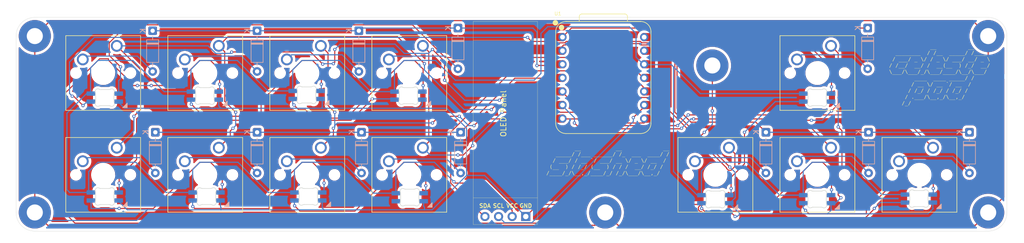
<source format=kicad_pcb>
(kicad_pcb (version 20241229) (generator "pcbnew") (generator_version "9.0")
  (layers (0 "F.Cu" signal) (2 "B.Cu" signal) (13 "F.Paste" user) (15 "B.Paste" user) (5 "F.SilkS" user "F.Silkscreen") (7 "B.SilkS" user "B.Silkscreen") (1 "F.Mask" user) (3 "B.Mask" user) (25 "Edge.Cuts" user))
  (net 0 "")
  (net 1 "row 0")
  (net 2 "row 1")
  (net 3 "row 2")
  (net 4 "row 3")
  (net 5 "+3.3V")
  (net 6 "Net-(D10-DIN)")
  (net 7 "GND")
  (net 8 "Net-(D10-DOUT)")
  (net 9 "Net-(D12-DOUT)")
  (net 10 "Net-(D14-DOUT)")
  (net 11 "Net-(D16-DOUT)")
  (net 12 "led in")
  (net 13 "Net-(D1-A)")
  (net 14 "Net-(D2-A)")
  (net 15 "Net-(D18-DOUT)")
  (net 16 "Net-(D19-DOUT)")
  (net 17 "Net-(D3-A)")
  (net 18 "Net-(D20-DOUT)")
  (net 19 "Net-(D4-A)")
  (net 20 "Net-(D5-A)")
  (net 21 "Net-(D21-DOUT)")
  (net 22 "Net-(D6-A)")
  (net 23 "Net-(D22-DOUT)")
  (net 24 "Net-(D23-DOUT)")
  (net 25 "Net-(D7-A)")
  (net 27 "Net-(D8-A)")
  (net 28 "Net-(D9-A)")
  (net 29 "oled scl")
  (net 30 "oled sda")
  (net 31 "col 1")
  (net 32 "Net-(D11-A)")
  (net 33 "col 0")
  (net 34 "col 2")
  (net 35 "col 3")
  (net 36 "Net-(D13-A)")
  (net 37 "+5V")
  (net 38 "Net-(D15-A)")
  (footprint "MountingHole:MountingHole_3mm_Pad" (layer "F.Cu") (at 3.501 3.499)
    (property "Reference" "H2" (hide yes))
    (property "Value" "MountingHole_Pad" (hide yes))
  )
  (footprint "footprints:SK6812MINI-E_fixed" (layer "F.Cu") (at 168.565999 33.999)
    (property "Reference" "D16" (hide yes))
    (property "Value" "SK6812MINI-E" (hide yes))
    (fp_line (start -1.699998 0.6) (end -1.699998 -0.805684) (stroke (width 0.1)) (layer "Edge.Cuts"))
    (fp_line (start -0.794451 -1.602841) (end 0.794454 -1.602841) (stroke (width 0.1)) (layer "Edge.Cuts"))
    (fp_line (start 0.794453 1.397158) (end -0.794451 1.397158) (stroke (width 0.1)) (layer "Edge.Cuts"))
    (fp_line (start 1.7 -0.805684) (end 1.7 0.6) (stroke (width 0.1)) (layer "Edge.Cuts"))
    (fp_arc (start -1.749483 -1.022562) (mid -1.712526 -0.91691) (end -1.699998 -0.805684) (stroke (width 0.1)) (layer "Edge.Cuts"))
    (fp_arc (start -1.749483 -1.022562) (mid -1.63807 -1.606877) (end -1.04671 -1.671141) (stroke (width 0.1)) (layer "Edge.Cuts"))
    (fp_arc (start -1.699998 0.600001) (mid -1.712526 0.711226) (end -1.749483 0.816878) (stroke (width 0.1)) (layer "Edge.Cuts"))
    (fp_arc (start -1.04671 1.465455) (mid -1.638069 1.401192) (end -1.749483 0.816878) (stroke (width 0.1)) (layer "Edge.Cuts"))
    (fp_arc (start -1.046709 1.465457) (mid -0.925121 1.414535) (end -0.794451 1.397158) (stroke (width 0.1)) (layer "Edge.Cuts"))
    (fp_arc (start -0.794452 -1.602842) (mid -0.925122 -1.620219) (end -1.04671 -1.671141) (stroke (width 0.1)) (layer "Edge.Cuts"))
    (fp_arc (start 0.794453 1.397158) (mid 0.925124 1.414535) (end 1.046712 1.465457) (stroke (width 0.1)) (layer "Edge.Cuts"))
    (fp_arc (start 1.046712 -1.67114) (mid 0.925124 -1.620218) (end 0.794454 -1.602841) (stroke (width 0.1)) (layer "Edge.Cuts"))
    (fp_arc (start 1.046712 -1.67114) (mid 1.638072 -1.606876) (end 1.749485 -1.022562) (stroke (width 0.1)) (layer "Edge.Cuts"))
    (fp_arc (start 1.7 -0.805685) (mid 1.712528 -0.91691) (end 1.749485 -1.022562) (stroke (width 0.1)) (layer "Edge.Cuts"))
    (fp_arc (start 1.749485 0.816877) (mid 1.638073 1.401193) (end 1.046712 1.465457) (stroke (width 0.1)) (layer "Edge.Cuts"))
    (fp_arc (start 1.749485 0.816878) (mid 1.712528 0.711226) (end 1.7 0.6) (stroke (width 0.1)) (layer "Edge.Cuts"))
  )
  (footprint "footprints:SK6812MINI-E_fixed" (layer "F.Cu") (at 73.501 33.749)
    (property "Reference" "D24" (hide yes))
    (property "Value" "SK6812MINI-E" (hide yes))
    (fp_line (start -1.699998 0.6) (end -1.699998 -0.805684) (stroke (width 0.1)) (layer "Edge.Cuts"))
    (fp_line (start -0.794451 -1.602841) (end 0.794454 -1.602841) (stroke (width 0.1)) (layer "Edge.Cuts"))
    (fp_line (start 0.794453 1.397158) (end -0.794451 1.397158) (stroke (width 0.1)) (layer "Edge.Cuts"))
    (fp_line (start 1.7 -0.805684) (end 1.7 0.6) (stroke (width 0.1)) (layer "Edge.Cuts"))
    (fp_arc (start -1.749483 -1.022562) (mid -1.712526 -0.91691) (end -1.699998 -0.805684) (stroke (width 0.1)) (layer "Edge.Cuts"))
    (fp_arc (start -1.749483 -1.022562) (mid -1.63807 -1.606877) (end -1.04671 -1.671141) (stroke (width 0.1)) (layer "Edge.Cuts"))
    (fp_arc (start -1.699998 0.600001) (mid -1.712526 0.711226) (end -1.749483 0.816878) (stroke (width 0.1)) (layer "Edge.Cuts"))
    (fp_arc (start -1.04671 1.465455) (mid -1.638069 1.401192) (end -1.749483 0.816878) (stroke (width 0.1)) (layer "Edge.Cuts"))
    (fp_arc (start -1.046709 1.465457) (mid -0.925121 1.414535) (end -0.794451 1.397158) (stroke (width 0.1)) (layer "Edge.Cuts"))
    (fp_arc (start -0.794452 -1.602842) (mid -0.925122 -1.620219) (end -1.04671 -1.671141) (stroke (width 0.1)) (layer "Edge.Cuts"))
    (fp_arc (start 0.794453 1.397158) (mid 0.925124 1.414535) (end 1.046712 1.465457) (stroke (width 0.1)) (layer "Edge.Cuts"))
    (fp_arc (start 1.046712 -1.67114) (mid 0.925124 -1.620218) (end 0.794454 -1.602841) (stroke (width 0.1)) (layer "Edge.Cuts"))
    (fp_arc (start 1.046712 -1.67114) (mid 1.638072 -1.606876) (end 1.749485 -1.022562) (stroke (width 0.1)) (layer "Edge.Cuts"))
    (fp_arc (start 1.7 -0.805685) (mid 1.712528 -0.91691) (end 1.749485 -1.022562) (stroke (width 0.1)) (layer "Edge.Cuts"))
    (fp_arc (start 1.749485 0.816877) (mid 1.638073 1.401193) (end 1.046712 1.465457) (stroke (width 0.1)) (layer "Edge.Cuts"))
    (fp_arc (start 1.749485 0.816878) (mid 1.712528 0.711226) (end 1.7 0.6) (stroke (width 0.1)) (layer "Edge.Cuts"))
  )
  (footprint "Button_Switch_Keyboard:SW_Cherry_MX_1.00u_PCB" (layer "F.Cu") (at 75.956 24.379)
    (property "Reference" "S15" (hide yes))
    (property "Value" "~" (hide yes))
  )
  (footprint "footprints:SK6812MINI-E_fixed" (layer "F.Cu") (at 149.565999 34.111842)
    (property "Reference" "D14" (hide yes))
    (property "Value" "SK6812MINI-E" (hide yes))
    (fp_line (start -1.699998 0.6) (end -1.699998 -0.805684) (stroke (width 0.1)) (layer "Edge.Cuts"))
    (fp_line (start -0.794451 -1.602841) (end 0.794454 -1.602841) (stroke (width 0.1)) (layer "Edge.Cuts"))
    (fp_line (start 0.794453 1.397158) (end -0.794451 1.397158) (stroke (width 0.1)) (layer "Edge.Cuts"))
    (fp_line (start 1.7 -0.805684) (end 1.7 0.6) (stroke (width 0.1)) (layer "Edge.Cuts"))
    (fp_arc (start -1.749483 -1.022562) (mid -1.712526 -0.91691) (end -1.699998 -0.805684) (stroke (width 0.1)) (layer "Edge.Cuts"))
    (fp_arc (start -1.749483 -1.022562) (mid -1.63807 -1.606877) (end -1.04671 -1.671141) (stroke (width 0.1)) (layer "Edge.Cuts"))
    (fp_arc (start -1.699998 0.600001) (mid -1.712526 0.711226) (end -1.749483 0.816878) (stroke (width 0.1)) (layer "Edge.Cuts"))
    (fp_arc (start -1.04671 1.465455) (mid -1.638069 1.401192) (end -1.749483 0.816878) (stroke (width 0.1)) (layer "Edge.Cuts"))
    (fp_arc (start -1.046709 1.465457) (mid -0.925121 1.414535) (end -0.794451 1.397158) (stroke (width 0.1)) (layer "Edge.Cuts"))
    (fp_arc (start -0.794452 -1.602842) (mid -0.925122 -1.620219) (end -1.04671 -1.671141) (stroke (width 0.1)) (layer "Edge.Cuts"))
    (fp_arc (start 0.794453 1.397158) (mid 0.925124 1.414535) (end 1.046712 1.465457) (stroke (width 0.1)) (layer "Edge.Cuts"))
    (fp_arc (start 1.046712 -1.67114) (mid 0.925124 -1.620218) (end 0.794454 -1.602841) (stroke (width 0.1)) (layer "Edge.Cuts"))
    (fp_arc (start 1.046712 -1.67114) (mid 1.638072 -1.606876) (end 1.749485 -1.022562) (stroke (width 0.1)) (layer "Edge.Cuts"))
    (fp_arc (start 1.7 -0.805685) (mid 1.712528 -0.91691) (end 1.749485 -1.022562) (stroke (width 0.1)) (layer "Edge.Cuts"))
    (fp_arc (start 1.749485 0.816877) (mid 1.638073 1.401193) (end 1.046712 1.465457) (stroke (width 0.1)) (layer "Edge.Cuts"))
    (fp_arc (start 1.749485 0.816878) (mid 1.712528 0.711226) (end 1.7 0.6) (stroke (width 0.1)) (layer "Edge.Cuts"))
  )
  (footprint "Button_Switch_Keyboard:SW_Cherry_MX_1.00u_PCB" (layer "F.Cu") (at 171.206 24.379)
    (property "Reference" "S4" (hide yes))
    (property "Value" "~" (hide yes))
  )
  (footprint "footprints:SK6812MINI-E_fixed" (layer "F.Cu") (at 130.565999 34.111842)
    (property "Reference" "D12" (hide yes))
    (property "Value" "SK6812MINI-E" (hide yes))
    (fp_line (start -1.699998 0.6) (end -1.699998 -0.805684) (stroke (width 0.1)) (layer "Edge.Cuts"))
    (fp_line (start -0.794451 -1.602841) (end 0.794454 -1.602841) (stroke (width 0.1)) (layer "Edge.Cuts"))
    (fp_line (start 0.794453 1.397158) (end -0.794451 1.397158) (stroke (width 0.1)) (layer "Edge.Cuts"))
    (fp_line (start 1.7 -0.805684) (end 1.7 0.6) (stroke (width 0.1)) (layer "Edge.Cuts"))
    (fp_arc (start -1.749483 -1.022562) (mid -1.712526 -0.91691) (end -1.699998 -0.805684) (stroke (width 0.1)) (layer "Edge.Cuts"))
    (fp_arc (start -1.749483 -1.022562) (mid -1.63807 -1.606877) (end -1.04671 -1.671141) (stroke (width 0.1)) (layer "Edge.Cuts"))
    (fp_arc (start -1.699998 0.600001) (mid -1.712526 0.711226) (end -1.749483 0.816878) (stroke (width 0.1)) (layer "Edge.Cuts"))
    (fp_arc (start -1.04671 1.465455) (mid -1.638069 1.401192) (end -1.749483 0.816878) (stroke (width 0.1)) (layer "Edge.Cuts"))
    (fp_arc (start -1.046709 1.465457) (mid -0.925121 1.414535) (end -0.794451 1.397158) (stroke (width 0.1)) (layer "Edge.Cuts"))
    (fp_arc (start -0.794452 -1.602842) (mid -0.925122 -1.620219) (end -1.04671 -1.671141) (stroke (width 0.1)) (layer "Edge.Cuts"))
    (fp_arc (start 0.794453 1.397158) (mid 0.925124 1.414535) (end 1.046712 1.465457) (stroke (width 0.1)) (layer "Edge.Cuts"))
    (fp_arc (start 1.046712 -1.67114) (mid 0.925124 -1.620218) (end 0.794454 -1.602841) (stroke (width 0.1)) (layer "Edge.Cuts"))
    (fp_arc (start 1.046712 -1.67114) (mid 1.638072 -1.606876) (end 1.749485 -1.022562) (stroke (width 0.1)) (layer "Edge.Cuts"))
    (fp_arc (start 1.7 -0.805685) (mid 1.712528 -0.91691) (end 1.749485 -1.022562) (stroke (width 0.1)) (layer "Edge.Cuts"))
    (fp_arc (start 1.749485 0.816877) (mid 1.638073 1.401193) (end 1.046712 1.465457) (stroke (width 0.1)) (layer "Edge.Cuts"))
    (fp_arc (start 1.749485 0.816878) (mid 1.712528 0.711226) (end 1.7 0.6) (stroke (width 0.1)) (layer "Edge.Cuts"))
  )
  (footprint "MountingHole:MountingHole_3mm_Pad" (layer "F.Cu") (at 110 36.5)
    (property "Reference" "H3" (hide yes))
    (property "Value" "MountingHole_Pad" (hide yes))
  )
  (footprint "footprints:SK6812MINI-E_fixed" (layer "F.Cu") (at 16.565999 15.111842)
    (property "Reference" "D17" (hide yes))
    (property "Value" "SK6812MINI-E" (hide yes))
    (fp_line (start -1.699998 0.6) (end -1.699998 -0.805684) (stroke (width 0.1)) (layer "Edge.Cuts"))
    (fp_line (start -0.794451 -1.602841) (end 0.794454 -1.602841) (stroke (width 0.1)) (layer "Edge.Cuts"))
    (fp_line (start 0.794453 1.397158) (end -0.794451 1.397158) (stroke (width 0.1)) (layer "Edge.Cuts"))
    (fp_line (start 1.7 -0.805684) (end 1.7 0.6) (stroke (width 0.1)) (layer "Edge.Cuts"))
    (fp_arc (start -1.749483 -1.022562) (mid -1.712526 -0.91691) (end -1.699998 -0.805684) (stroke (width 0.1)) (layer "Edge.Cuts"))
    (fp_arc (start -1.749483 -1.022562) (mid -1.63807 -1.606877) (end -1.04671 -1.671141) (stroke (width 0.1)) (layer "Edge.Cuts"))
    (fp_arc (start -1.699998 0.600001) (mid -1.712526 0.711226) (end -1.749483 0.816878) (stroke (width 0.1)) (layer "Edge.Cuts"))
    (fp_arc (start -1.04671 1.465455) (mid -1.638069 1.401192) (end -1.749483 0.816878) (stroke (width 0.1)) (layer "Edge.Cuts"))
    (fp_arc (start -1.046709 1.465457) (mid -0.925121 1.414535) (end -0.794451 1.397158) (stroke (width 0.1)) (layer "Edge.Cuts"))
    (fp_arc (start -0.794452 -1.602842) (mid -0.925122 -1.620219) (end -1.04671 -1.671141) (stroke (width 0.1)) (layer "Edge.Cuts"))
    (fp_arc (start 0.794453 1.397158) (mid 0.925124 1.414535) (end 1.046712 1.465457) (stroke (width 0.1)) (layer "Edge.Cuts"))
    (fp_arc (start 1.046712 -1.67114) (mid 0.925124 -1.620218) (end 0.794454 -1.602841) (stroke (width 0.1)) (layer "Edge.Cuts"))
    (fp_arc (start 1.046712 -1.67114) (mid 1.638072 -1.606876) (end 1.749485 -1.022562) (stroke (width 0.1)) (layer "Edge.Cuts"))
    (fp_arc (start 1.7 -0.805685) (mid 1.712528 -0.91691) (end 1.749485 -1.022562) (stroke (width 0.1)) (layer "Edge.Cuts"))
    (fp_arc (start 1.749485 0.816877) (mid 1.638073 1.401193) (end 1.046712 1.465457) (stroke (width 0.1)) (layer "Edge.Cuts"))
    (fp_arc (start 1.749485 0.816878) (mid 1.712528 0.711226) (end 1.7 0.6) (stroke (width 0.1)) (layer "Edge.Cuts"))
  )
  (footprint "Button_Switch_Keyboard:SW_Cherry_MX_1.00u_PCB" (layer "F.Cu") (at 37.856 24.379)
    (property "Reference" "S11" (hide yes))
    (property "Value" "~" (hide yes))
  )
  (footprint "footprints:SK6812MINI-E_fixed" (layer "F.Cu") (at 54.565999 33.611842)
    (property "Reference" "D23" (hide yes))
    (property "Value" "SK6812MINI-E" (hide yes))
    (fp_line (start -1.699998 0.6) (end -1.699998 -0.805684) (stroke (width 0.1)) (layer "Edge.Cuts"))
    (fp_line (start -0.794451 -1.602841) (end 0.794454 -1.602841) (stroke (width 0.1)) (layer "Edge.Cuts"))
    (fp_line (start 0.794453 1.397158) (end -0.794451 1.397158) (stroke (width 0.1)) (layer "Edge.Cuts"))
    (fp_line (start 1.7 -0.805684) (end 1.7 0.6) (stroke (width 0.1)) (layer "Edge.Cuts"))
    (fp_arc (start -1.749483 -1.022562) (mid -1.712526 -0.91691) (end -1.699998 -0.805684) (stroke (width 0.1)) (layer "Edge.Cuts"))
    (fp_arc (start -1.749483 -1.022562) (mid -1.63807 -1.606877) (end -1.04671 -1.671141) (stroke (width 0.1)) (layer "Edge.Cuts"))
    (fp_arc (start -1.699998 0.600001) (mid -1.712526 0.711226) (end -1.749483 0.816878) (stroke (width 0.1)) (layer "Edge.Cuts"))
    (fp_arc (start -1.04671 1.465455) (mid -1.638069 1.401192) (end -1.749483 0.816878) (stroke (width 0.1)) (layer "Edge.Cuts"))
    (fp_arc (start -1.046709 1.465457) (mid -0.925121 1.414535) (end -0.794451 1.397158) (stroke (width 0.1)) (layer "Edge.Cuts"))
    (fp_arc (start -0.794452 -1.602842) (mid -0.925122 -1.620219) (end -1.04671 -1.671141) (stroke (width 0.1)) (layer "Edge.Cuts"))
    (fp_arc (start 0.794453 1.397158) (mid 0.925124 1.414535) (end 1.046712 1.465457) (stroke (width 0.1)) (layer "Edge.Cuts"))
    (fp_arc (start 1.046712 -1.67114) (mid 0.925124 -1.620218) (end 0.794454 -1.602841) (stroke (width 0.1)) (layer "Edge.Cuts"))
    (fp_arc (start 1.046712 -1.67114) (mid 1.638072 -1.606876) (end 1.749485 -1.022562) (stroke (width 0.1)) (layer "Edge.Cuts"))
    (fp_arc (start 1.7 -0.805685) (mid 1.712528 -0.91691) (end 1.749485 -1.022562) (stroke (width 0.1)) (layer "Edge.Cuts"))
    (fp_arc (start 1.749485 0.816877) (mid 1.638073 1.401193) (end 1.046712 1.465457) (stroke (width 0.1)) (layer "Edge.Cuts"))
    (fp_arc (start 1.749485 0.816878) (mid 1.712528 0.711226) (end 1.7 0.6) (stroke (width 0.1)) (layer "Edge.Cuts"))
  )
  (footprint "footprints:SK6812MINI-E_fixed" (layer "F.Cu") (at 35.251 14.749)
    (property "Reference" "D18" (hide yes))
    (property "Value" "SK6812MINI-E" (hide yes))
    (fp_line (start -1.699998 0.6) (end -1.699998 -0.805684) (stroke (width 0.1)) (layer "Edge.Cuts"))
    (fp_line (start -0.794451 -1.602841) (end 0.794454 -1.602841) (stroke (width 0.1)) (layer "Edge.Cuts"))
    (fp_line (start 0.794453 1.397158) (end -0.794451 1.397158) (stroke (width 0.1)) (layer "Edge.Cuts"))
    (fp_line (start 1.7 -0.805684) (end 1.7 0.6) (stroke (width 0.1)) (layer "Edge.Cuts"))
    (fp_arc (start -1.749483 -1.022562) (mid -1.712526 -0.91691) (end -1.699998 -0.805684) (stroke (width 0.1)) (layer "Edge.Cuts"))
    (fp_arc (start -1.749483 -1.022562) (mid -1.63807 -1.606877) (end -1.04671 -1.671141) (stroke (width 0.1)) (layer "Edge.Cuts"))
    (fp_arc (start -1.699998 0.600001) (mid -1.712526 0.711226) (end -1.749483 0.816878) (stroke (width 0.1)) (layer "Edge.Cuts"))
    (fp_arc (start -1.04671 1.465455) (mid -1.638069 1.401192) (end -1.749483 0.816878) (stroke (width 0.1)) (layer "Edge.Cuts"))
    (fp_arc (start -1.046709 1.465457) (mid -0.925121 1.414535) (end -0.794451 1.397158) (stroke (width 0.1)) (layer "Edge.Cuts"))
    (fp_arc (start -0.794452 -1.602842) (mid -0.925122 -1.620219) (end -1.04671 -1.671141) (stroke (width 0.1)) (layer "Edge.Cuts"))
    (fp_arc (start 0.794453 1.397158) (mid 0.925124 1.414535) (end 1.046712 1.465457) (stroke (width 0.1)) (layer "Edge.Cuts"))
    (fp_arc (start 1.046712 -1.67114) (mid 0.925124 -1.620218) (end 0.794454 -1.602841) (stroke (width 0.1)) (layer "Edge.Cuts"))
    (fp_arc (start 1.046712 -1.67114) (mid 1.638072 -1.606876) (end 1.749485 -1.022562) (stroke (width 0.1)) (layer "Edge.Cuts"))
    (fp_arc (start 1.7 -0.805685) (mid 1.712528 -0.91691) (end 1.749485 -1.022562) (stroke (width 0.1)) (layer "Edge.Cuts"))
    (fp_arc (start 1.749485 0.816877) (mid 1.638073 1.401193) (end 1.046712 1.465457) (stroke (width 0.1)) (layer "Edge.Cuts"))
    (fp_arc (start 1.749485 0.816878) (mid 1.712528 0.711226) (end 1.7 0.6) (stroke (width 0.1)) (layer "Edge.Cuts"))
  )
  (footprint "footprints:SK6812MINI-E_fixed" (layer "F.Cu") (at 54.251 14.611842)
    (property "Reference" "D19" (hide yes))
    (property "Value" "SK6812MINI-E" (hide yes))
    (fp_line (start -1.699998 0.6) (end -1.699998 -0.805684) (stroke (width 0.1)) (layer "Edge.Cuts"))
    (fp_line (start -0.794451 -1.602841) (end 0.794454 -1.602841) (stroke (width 0.1)) (layer "Edge.Cuts"))
    (fp_line (start 0.794453 1.397158) (end -0.794451 1.397158) (stroke (width 0.1)) (layer "Edge.Cuts"))
    (fp_line (start 1.7 -0.805684) (end 1.7 0.6) (stroke (width 0.1)) (layer "Edge.Cuts"))
    (fp_arc (start -1.749483 -1.022562) (mid -1.712526 -0.91691) (end -1.699998 -0.805684) (stroke (width 0.1)) (layer "Edge.Cuts"))
    (fp_arc (start -1.749483 -1.022562) (mid -1.63807 -1.606877) (end -1.04671 -1.671141) (stroke (width 0.1)) (layer "Edge.Cuts"))
    (fp_arc (start -1.699998 0.600001) (mid -1.712526 0.711226) (end -1.749483 0.816878) (stroke (width 0.1)) (layer "Edge.Cuts"))
    (fp_arc (start -1.04671 1.465455) (mid -1.638069 1.401192) (end -1.749483 0.816878) (stroke (width 0.1)) (layer "Edge.Cuts"))
    (fp_arc (start -1.046709 1.465457) (mid -0.925121 1.414535) (end -0.794451 1.397158) (stroke (width 0.1)) (layer "Edge.Cuts"))
    (fp_arc (start -0.794452 -1.602842) (mid -0.925122 -1.620219) (end -1.04671 -1.671141) (stroke (width 0.1)) (layer "Edge.Cuts"))
    (fp_arc (start 0.794453 1.397158) (mid 0.925124 1.414535) (end 1.046712 1.465457) (stroke (width 0.1)) (layer "Edge.Cuts"))
    (fp_arc (start 1.046712 -1.67114) (mid 0.925124 -1.620218) (end 0.794454 -1.602841) (stroke (width 0.1)) (layer "Edge.Cuts"))
    (fp_arc (start 1.046712 -1.67114) (mid 1.638072 -1.606876) (end 1.749485 -1.022562) (stroke (width 0.1)) (layer "Edge.Cuts"))
    (fp_arc (start 1.7 -0.805685) (mid 1.712528 -0.91691) (end 1.749485 -1.022562) (stroke (width 0.1)) (layer "Edge.Cuts"))
    (fp_arc (start 1.749485 0.816877) (mid 1.638073 1.401193) (end 1.046712 1.465457) (stroke (width 0.1)) (layer "Edge.Cuts"))
    (fp_arc (start 1.749485 0.816878) (mid 1.712528 0.711226) (end 1.7 0.6) (stroke (width 0.1)) (layer "Edge.Cuts"))
  )
  (footprint "MountingHole:MountingHole_3mm_Pad" (layer "F.Cu") (at 181.5 36.5)
    (property "Reference" "H6" (hide yes))
    (property "Value" "MountingHole_Pad" (hide yes))
  )
  (footprint "Button_Switch_Keyboard:SW_Cherry_MX_1.00u_PCB" (layer "F.Cu") (at 37.856 5.329)
    (property "Reference" "S6" (hide yes))
    (property "Value" "~" (hide yes))
  )
  (footprint "Seeed Studio XIAO Series Library:XIAO-RP2040-DIP" (layer "F.Cu") (at 109.646 11.3165)
    (property "Reference" "U1")
    (property "Value" "MOUDLE-SEEEDUINO-XIAO")
  )
  (footprint "Button_Switch_Keyboard:SW_Cherry_MX_1.00u_PCB" (layer "F.Cu") (at 18.806 24.379)
    (property "Reference" "S9" (hide yes))
    (property "Value" "~" (hide yes))
  )
  (footprint "footprints:SK6812MINI-E_fixed" (layer "F.Cu") (at 149.565999 15.111842)
    (property "Reference" "D10" (hide yes))
    (property "Value" "SK6812MINI-E" (hide yes))
    (fp_line (start -1.699998 0.6) (end -1.699998 -0.805684) (stroke (width 0.1)) (layer "Edge.Cuts"))
    (fp_line (start -0.794451 -1.602841) (end 0.794454 -1.602841) (stroke (width 0.1)) (layer "Edge.Cuts"))
    (fp_line (start 0.794453 1.397158) (end -0.794451 1.397158) (stroke (width 0.1)) (layer "Edge.Cuts"))
    (fp_line (start 1.7 -0.805684) (end 1.7 0.6) (stroke (width 0.1)) (layer "Edge.Cuts"))
    (fp_arc (start -1.749483 -1.022562) (mid -1.712526 -0.91691) (end -1.699998 -0.805684) (stroke (width 0.1)) (layer "Edge.Cuts"))
    (fp_arc (start -1.749483 -1.022562) (mid -1.63807 -1.606877) (end -1.04671 -1.671141) (stroke (width 0.1)) (layer "Edge.Cuts"))
    (fp_arc (start -1.699998 0.600001) (mid -1.712526 0.711226) (end -1.749483 0.816878) (stroke (width 0.1)) (layer "Edge.Cuts"))
    (fp_arc (start -1.04671 1.465455) (mid -1.638069 1.401192) (end -1.749483 0.816878) (stroke (width 0.1)) (layer "Edge.Cuts"))
    (fp_arc (start -1.046709 1.465457) (mid -0.925121 1.414535) (end -0.794451 1.397158) (stroke (width 0.1)) (layer "Edge.Cuts"))
    (fp_arc (start -0.794452 -1.602842) (mid -0.925122 -1.620219) (end -1.04671 -1.671141) (stroke (width 0.1)) (layer "Edge.Cuts"))
    (fp_arc (start 0.794453 1.397158) (mid 0.925124 1.414535) (end 1.046712 1.465457) (stroke (width 0.1)) (layer "Edge.Cuts"))
    (fp_arc (start 1.046712 -1.67114) (mid 0.925124 -1.620218) (end 0.794454 -1.602841) (stroke (width 0.1)) (layer "Edge.Cuts"))
    (fp_arc (start 1.046712 -1.67114) (mid 1.638072 -1.606876) (end 1.749485 -1.022562) (stroke (width 0.1)) (layer "Edge.Cuts"))
    (fp_arc (start 1.7 -0.805685) (mid 1.712528 -0.91691) (end 1.749485 -1.022562) (stroke (width 0.1)) (layer "Edge.Cuts"))
    (fp_arc (start 1.749485 0.816877) (mid 1.638073 1.401193) (end 1.046712 1.465457) (stroke (width 0.1)) (layer "Edge.Cuts"))
    (fp_arc (start 1.749485 0.816878) (mid 1.712528 0.711226) (end 1.7 0.6) (stroke (width 0.1)) (layer "Edge.Cuts"))
  )
  (footprint "footprints:SK6812MINI-E_fixed" (layer "F.Cu") (at 35.565999 33.611842)
    (property "Reference" "D22" (hide yes))
    (property "Value" "SK6812MINI-E" (hide yes))
    (fp_line (start -1.699998 0.6) (end -1.699998 -0.805684) (stroke (width 0.1)) (layer "Edge.Cuts"))
    (fp_line (start -0.794451 -1.602841) (end 0.794454 -1.602841) (stroke (width 0.1)) (layer "Edge.Cuts"))
    (fp_line (start 0.794453 1.397158) (end -0.794451 1.397158) (stroke (width 0.1)) (layer "Edge.Cuts"))
    (fp_line (start 1.7 -0.805684) (end 1.7 0.6) (stroke (width 0.1)) (layer "Edge.Cuts"))
    (fp_arc (start -1.749483 -1.022562) (mid -1.712526 -0.91691) (end -1.699998 -0.805684) (stroke (width 0.1)) (layer "Edge.Cuts"))
    (fp_arc (start -1.749483 -1.022562) (mid -1.63807 -1.606877) (end -1.04671 -1.671141) (stroke (width 0.1)) (layer "Edge.Cuts"))
    (fp_arc (start -1.699998 0.600001) (mid -1.712526 0.711226) (end -1.749483 0.816878) (stroke (width 0.1)) (layer "Edge.Cuts"))
    (fp_arc (start -1.04671 1.465455) (mid -1.638069 1.401192) (end -1.749483 0.816878) (stroke (width 0.1)) (layer "Edge.Cuts"))
    (fp_arc (start -1.046709 1.465457) (mid -0.925121 1.414535) (end -0.794451 1.397158) (stroke (width 0.1)) (layer "Edge.Cuts"))
    (fp_arc (start -0.794452 -1.602842) (mid -0.925122 -1.620219) (end -1.04671 -1.671141) (stroke (width 0.1)) (layer "Edge.Cuts"))
    (fp_arc (start 0.794453 1.397158) (mid 0.925124 1.414535) (end 1.046712 1.465457) (stroke (width 0.1)) (layer "Edge.Cuts"))
    (fp_arc (start 1.046712 -1.67114) (mid 0.925124 -1.620218) (end 0.794454 -1.602841) (stroke (width 0.1)) (layer "Edge.Cuts"))
    (fp_arc (start 1.046712 -1.67114) (mid 1.638072 -1.606876) (end 1.749485 -1.022562) (stroke (width 0.1)) (layer "Edge.Cuts"))
    (fp_arc (start 1.7 -0.805685) (mid 1.712528 -0.91691) (end 1.749485 -1.022562) (stroke (width 0.1)) (layer "Edge.Cuts"))
    (fp_arc (start 1.749485 0.816877) (mid 1.638073 1.401193) (end 1.046712 1.465457) (stroke (width 0.1)) (layer "Edge.Cuts"))
    (fp_arc (start 1.749485 0.816878) (mid 1.712528 0.711226) (end 1.7 0.6) (stroke (width 0.1)) (layer "Edge.Cuts"))
  )
  (footprint "Button_Switch_Keyboard:SW_Cherry_MX_1.00u_PCB" (layer "F.Cu") (at 133.106 24.379)
    (property "Reference" "S2" (hide yes))
    (property "Value" "~" (hide yes))
  )
  (footprint "Button_Switch_Keyboard:SW_Cherry_MX_1.00u_PCB" (layer "F.Cu") (at 152.156 24.379)
    (property "Reference" "S3" (hide yes))
    (property "Value" "~" (hide yes))
  )
  (footprint "oled:SSD1306-0.91-OLED-4pin-128x32" (layer "F.Cu") (at 97.356 0.759 -90)
    (property "Reference" "J1" (hide yes))
    (property "Value" "Conn_01x04_MountingPin" (hide yes))
  )
  (footprint "MountingHole:MountingHole_3mm_Pad" (layer "F.Cu") (at 130 9)
    (property "Reference" "H4" (hide yes))
    (property "Value" "MountingHole_Pad" (hide yes))
  )
  (footprint "MountingHole:MountingHole_3mm_Pad" (layer "F.Cu") (at 3.501 36.499)
    (property "Reference" "H1" (hide yes))
    (property "Value" "MountingHole_Pad" (hide yes))
  )
  (footprint "footprints:SK6812MINI-E_fixed" (layer "F.Cu") (at 16.565999 33.611842)
    (property "Reference" "D21" (hide yes))
    (property "Value" "SK6812MINI-E" (hide yes))
    (fp_line (start -1.699998 0.6) (end -1.699998 -0.805684) (stroke (width 0.1)) (layer "Edge.Cuts"))
    (fp_line (start -0.794451 -1.602841) (end 0.794454 -1.602841) (stroke (width 0.1)) (layer "Edge.Cuts"))
    (fp_line (start 0.794453 1.397158) (end -0.794451 1.397158) (stroke (width 0.1)) (layer "Edge.Cuts"))
    (fp_line (start 1.7 -0.805684) (end 1.7 0.6) (stroke (width 0.1)) (layer "Edge.Cuts"))
    (fp_arc (start -1.749483 -1.022562) (mid -1.712526 -0.91691) (end -1.699998 -0.805684) (stroke (width 0.1)) (layer "Edge.Cuts"))
    (fp_arc (start -1.749483 -1.022562) (mid -1.63807 -1.606877) (end -1.04671 -1.671141) (stroke (width 0.1)) (layer "Edge.Cuts"))
    (fp_arc (start -1.699998 0.600001) (mid -1.712526 0.711226) (end -1.749483 0.816878) (stroke (width 0.1)) (layer "Edge.Cuts"))
    (fp_arc (start -1.04671 1.465455) (mid -1.638069 1.401192) (end -1.749483 0.816878) (stroke (width 0.1)) (layer "Edge.Cuts"))
    (fp_arc (start -1.046709 1.465457) (mid -0.925121 1.414535) (end -0.794451 1.397158) (stroke (width 0.1)) (layer "Edge.Cuts"))
    (fp_arc (start -0.794452 -1.602842) (mid -0.925122 -1.620219) (end -1.04671 -1.671141) (stroke (width 0.1)) (layer "Edge.Cuts"))
    (fp_arc (start 0.794453 1.397158) (mid 0.925124 1.414535) (end 1.046712 1.465457) (stroke (width 0.1)) (layer "Edge.Cuts"))
    (fp_arc (start 1.046712 -1.67114) (mid 0.925124 -1.620218) (end 0.794454 -1.602841) (stroke (width 0.1)) (layer "Edge.Cuts"))
    (fp_arc (start 1.046712 -1.67114) (mid 1.638072 -1.606876) (end 1.749485 -1.022562) (stroke (width 0.1)) (layer "Edge.Cuts"))
    (fp_arc (start 1.7 -0.805685) (mid 1.712528 -0.91691) (end 1.749485 -1.022562) (stroke (width 0.1)) (layer "Edge.Cuts"))
    (fp_arc (start 1.749485 0.816877) (mid 1.638073 1.401193) (end 1.046712 1.465457) (stroke (width 0.1)) (layer "Edge.Cuts"))
    (fp_arc (start 1.749485 0.816878) (mid 1.712528 0.711226) (end 1.7 0.6) (stroke (width 0.1)) (layer "Edge.Cuts"))
  )
  (footprint "Button_Switch_Keyboard:SW_Cherry_MX_1.00u_PCB" (layer "F.Cu") (at 56.906 5.329)
    (property "Reference" "S7" (hide yes))
    (property "Value" "~" (hide yes))
  )
  (footprint "footprints:SK6812MINI-E_fixed" (layer "F.Cu") (at 73.251 14.749)
    (property "Reference" "D20" (hide yes))
    (property "Value" "SK6812MINI-E" (hide yes))
    (fp_line (start -1.699998 0.6) (end -1.699998 -0.805684) (stroke (width 0.1)) (layer "Edge.Cuts"))
    (fp_line (start -0.794451 -1.602841) (end 0.794454 -1.602841) (stroke (width 0.1)) (layer "Edge.Cuts"))
    (fp_line (start 0.794453 1.397158) (end -0.794451 1.397158) (stroke (width 0.1)) (layer "Edge.Cuts"))
    (fp_line (start 1.7 -0.805684) (end 1.7 0.6) (stroke (width 0.1)) (layer "Edge.Cuts"))
    (fp_arc (start -1.749483 -1.022562) (mid -1.712526 -0.91691) (end -1.699998 -0.805684) (stroke (width 0.1)) (layer "Edge.Cuts"))
    (fp_arc (start -1.749483 -1.022562) (mid -1.63807 -1.606877) (end -1.04671 -1.671141) (stroke (width 0.1)) (layer "Edge.Cuts"))
    (fp_arc (start -1.699998 0.600001) (mid -1.712526 0.711226) (end -1.749483 0.816878) (stroke (width 0.1)) (layer "Edge.Cuts"))
    (fp_arc (start -1.04671 1.465455) (mid -1.638069 1.401192) (end -1.749483 0.816878) (stroke (width 0.1)) (layer "Edge.Cuts"))
    (fp_arc (start -1.046709 1.465457) (mid -0.925121 1.414535) (end -0.794451 1.397158) (stroke (width 0.1)) (layer "Edge.Cuts"))
    (fp_arc (start -0.794452 -1.602842) (mid -0.925122 -1.620219) (end -1.04671 -1.671141) (stroke (width 0.1)) (layer "Edge.Cuts"))
    (fp_arc (start 0.794453 1.397158) (mid 0.925124 1.414535) (end 1.046712 1.465457) (stroke (width 0.1)) (layer "Edge.Cuts"))
    (fp_arc (start 1.046712 -1.67114) (mid 0.925124 -1.620218) (end 0.794454 -1.602841) (stroke (width 0.1)) (layer "Edge.Cuts"))
    (fp_arc (start 1.046712 -1.67114) (mid 1.638072 -1.606876) (end 1.749485 -1.022562) (stroke (width 0.1)) (layer "Edge.Cuts"))
    (fp_arc (start 1.7 -0.805685) (mid 1.712528 -0.91691) (end 1.749485 -1.022562) (stroke (width 0.1)) (layer "Edge.Cuts"))
    (fp_arc (start 1.749485 0.816877) (mid 1.638073 1.401193) (end 1.046712 1.465457) (stroke (width 0.1)) (layer "Edge.Cuts"))
    (fp_arc (start 1.749485 0.816878) (mid 1.712528 0.711226) (end 1.7 0.6) (stroke (width 0.1)) (layer "Edge.Cuts"))
  )
  (footprint "Button_Switch_Keyboard:SW_Cherry_MX_1.00u_PCB" (layer "F.Cu") (at 152.156 5.329)
    (property "Reference" "S1" (hide yes))
    (property "Value" "~" (hide yes))
  )
  (footprint "Button_Switch_Keyboard:SW_Cherry_MX_1.00u_PCB" (layer "F.Cu") (at 18.806 5.329)
    (property "Reference" "S5" (hide yes))
    (property "Value" "~" (hide yes))
  )
  (footprint "MountingHole:MountingHole_3mm_Pad" (layer "F.Cu") (at 181.501 3.499)
    (property "Reference" "H5" (hide yes))
    (property "Value" "MountingHole_Pad" (hide yes))
  )
  (footprint "Button_Switch_Keyboard:SW_Cherry_MX_1.00u_PCB" (layer "F.Cu") (at 56.906 24.379)
    (property "Reference" "S13" (hide yes))
    (property "Value" "~" (hide yes))
  )
  (footprint "Button_Switch_Keyboard:SW_Cherry_MX_1.00u_PCB" (layer "F.Cu") (at 75.956 5.329)
    (property "Reference" "S8" (hide yes))
    (property "Value" "~" (hide yes))
  )
  (footprint "Diode_THT:D_DO-35_SOD27_P7.62mm_Horizontal" (layer "B.Cu") (at 159.166 21.499 -90)
    (property "Reference" "D3" (hide yes))
    (property "Value" "~" (hide yes))
  )
  (footprint "Diode_THT:D_DO-35_SOD27_P7.62mm_Horizontal" (layer "B.Cu") (at 64.501 21.499 -90)
    (property "Reference" "D13" (hide yes))
    (property "Value" "~" (hide yes))
  )
  (footprint "Diode_THT:D_DO-35_SOD27_P7.62mm_Horizontal" (layer "B.Cu") (at 82.501 1.999 -90)
    (property "Reference" "D8" (hide yes))
    (property "Value" "~" (hide yes))
  )
  (footprint "Diode_THT:D_DO-35_SOD27_P7.62mm_Horizontal" (layer "B.Cu") (at 26.001 21.499 -90)
    (property "Reference" "D9" (hide yes))
    (property "Value" "~" (hide yes))
  )
  (footprint "Diode_THT:D_DO-35_SOD27_P7.62mm_Horizontal" (layer "B.Cu") (at 25.501 2.499 -90)
    (property "Reference" "D5" (hide yes))
    (property "Value" "~" (hide yes))
  )
  (footprint "Diode_THT:D_DO-35_SOD27_P7.62mm_Horizontal" (layer "B.Cu") (at 83.001 21.499 -90)
    (property "Reference" "D15" (hide yes))
    (property "Value" "~" (hide yes))
  )
  (footprint "Diode_THT:D_DO-35_SOD27_P7.62mm_Horizontal" (layer "B.Cu") (at 45.001 2.499 -90)
    (property "Reference" "D6" (hide yes))
    (property "Value" "~" (hide yes))
  )
  (footprint "Diode_THT:D_DO-35_SOD27_P7.62mm_Horizontal" (layer "B.Cu") (at 45.001 21.499 -90)
    (property "Reference" "D11" (hide yes))
    (property "Value" "~" (hide yes))
  )
  (footprint "Diode_THT:D_DO-35_SOD27_P7.62mm_Horizontal" (layer "B.Cu") (at 64.001 2.499 -90)
    (property "Reference" "D7" (hide yes))
    (property "Value" "~" (hide yes))
  )
  (footprint "Diode_THT:D_DO-35_SOD27_P7.62mm_Horizontal" (layer "B.Cu") (at 159.001 1.999 -90)
    (property "Reference" "D1" (hide yes))
    (property "Value" "~" (hide yes))
  )
  (footprint "Diode_THT:D_DO-35_SOD27_P7.62mm_Horizontal" (layer "B.Cu") (at 178.001 21.499 -90)
    (property "Reference" "D4" (hide yes))
    (property "Value" "~" (hide yes))
  )
  (footprint "Diode_THT:D_DO-35_SOD27_P7.62mm_Horizontal" (layer "B.Cu") (at 140.001 21.499 -90)
    (property "Reference" "D2" (hide yes))
    (property "Value" "~" (hide yes))
  )
  (gr_line (start 181.501 -0.001) (end 3.501 -0.001) (stroke (width 0.05)) (layer "Edge.Cuts"))
  (gr_line (start 0.001 3.499) (end 0.001 36.499) (stroke (width 0.05)) (layer "Edge.Cuts"))
  (gr_line (start 185.001 36.499) (end 185.001 3.499) (stroke (width 0.05)) (layer "Edge.Cuts"))
  (gr_arc (start 181.501 -0.001) (mid 183.975874 1.024126) (end 185.001 3.499) (stroke (width 0.05)) (layer "Edge.Cuts"))
  (gr_arc (start 185.001 36.499) (mid 183.975874 38.973874) (end 181.501 39.999) (stroke (width 0.05)) (layer "Edge.Cuts"))
  (gr_line (start 3.501 39.999) (end 181.501 39.999) (stroke (width 0.05)) (layer "Edge.Cuts"))
  (gr_arc (start 0.001 3.499) (mid 1.026126 1.024126) (end 3.501 -0.001) (stroke (width 0.05)) (layer "Edge.Cuts"))
  (gr_arc (start 3.501 39.999) (mid 1.026126 38.973874) (end 0.001 36.499) (stroke (width 0.05)) (layer "Edge.Cuts"))
  (gr_text "             __          __     \n  ________  / /__  _____/ /____ \n / ___/ _ \\/ / _ \\/ ___/ __/ _ \\\n/ /__/  __/ /  __(__  ) /_/  __/\n\\___/\\___/_/\\___/____/\\__/\\___/ \n        ____  ____ _____/ /     \n       / __ \\/ __ `/ __  /      \n      / /_/ / /_/ / /_/ /       \n     / .___/\\__,_/\\__,_/        \n    /_/                         " (at 163 16.5 0) (layer "F.SilkS") (effects (font (size 0.7 0.7) (thickness 0.1)) (justify left bottom)))
  (gr_text "         __           __             __\n   _____/ /___ ______/ /_  ___  ____/ /\n  / ___/ / __ `/ ___/ __ \\/ _ \\/ __  / \n (__  ) / /_/ (__  ) / / /  __/ /_/ /  \n/____/_/\\__,_/____/_/ /_/\\___/\\__,_/   \n                                       " (at 99 30.75 0) (layer "F.SilkS") (effects (font (size 0.7 0.7) (thickness 0.1)) (justify left bottom)))
  (segment (start 103.686 1.999) (end 101.926 3.759) (width 0.2) (layer "F.Cu") (net 1))
  (segment (start 159.001 1.999) (end 103.686 1.999) (width 0.2) (layer "F.Cu") (net 1))
  (segment (start 102.2295 5.1605) (end 101.091 6.299) (width 0.2) (layer "F.Cu") (net 2))
  (segment (start 126.002057 19.6) (end 123.402 16.999943) (width 0.2) (layer "F.Cu") (net 2))
  (segment (start 119.522726 5.1605) (end 116.65959 5.1605) (width 0.2) (layer "F.Cu") (net 2))
  (segment (start 123.402 6.5829) (end 121.7201 4.901) (width 0.2) (layer "F.Cu") (net 2))
  (segment (start 116.40009 4.901) (end 102.89191 4.901) (width 0.2) (layer "F.Cu") (net 2))
  (segment (start 138.102 19.6) (end 126.002057 19.6) (width 0.2) (layer "F.Cu") (net 2))
  (segment (start 116.65959 5.1605) (end 116.40009 4.901) (width 0.2) (layer "F.Cu") (net 2))
  (segment (start 121.7201 4.901) (end 119.782226 4.901) (width 0.2) (layer "F.Cu") (net 2))
  (segment (start 119.782226 4.901) (end 119.522726 5.1605) (width 0.2) (layer "F.Cu") (net 2))
  (segment (start 123.402 16.999943) (end 123.402 6.5829) (width 0.2) (layer "F.Cu") (net 2))
  (segment (start 102.89191 4.901) (end 102.63241 5.1605) (width 0.2) (layer "F.Cu") (net 2))
  (segment (start 140.001 21.499) (end 138.102 19.6) (width 0.2) (layer "F.Cu") (net 2))
  (segment (start 102.63241 5.1605) (end 102.2295 5.1605) (width 0.2) (layer "F.Cu") (net 2))
  (segment (start 159.166 21.499) (end 178.001 21.499) (width 0.2) (layer "B.Cu") (net 2))
  (segment (start 140.001 21.499) (end 159.166 21.499) (width 0.2) (layer "B.Cu") (net 2))
  (segment (start 99.501 8.999) (end 99.661 8.839) (width 0.2) (layer "F.Cu") (net 3))
  (segment (start 97.251 8.999) (end 99.501 8.999) (width 0.2) (layer "F.Cu") (net 3))
  (segment (start 99.661 8.839) (end 101.091 8.839) (width 0.2) (layer "F.Cu") (net 3))
  (via (at 97.251 8.999) (size 0.6) (drill 0.3) (layers "F.Cu" "B.Cu") (net 3))
  (segment (start 64.001 2.499) (end 45.001 2.499) (width 0.2) (layer "B.Cu") (net 3))
  (segment (start 64.501 1.999) (end 64.001 2.499) (width 0.2) (layer "B.Cu") (net 3))
  (segment (start 97.251 9.249) (end 97.251 8.999) (width 0.2) (layer "B.Cu") (net 3))
  (segment (start 82.501 1.999) (end 64.501 1.999) (width 0.2) (layer "B.Cu") (net 3))
  (segment (start 97.251 2.749) (end 97.251 9.249) (width 0.2) (layer "B.Cu") (net 3))
  (segment (start 96.501 1.999) (end 97.251 2.749) (width 0.2) (layer "B.Cu") (net 3))
  (segment (start 82.501 1.999) (end 96.501 1.999) (width 0.2) (layer "B.Cu") (net 3))
  (segment (start 45.001 2.499) (end 25.501 2.499) (width 0.2) (layer "B.Cu") (net 3))
  (segment (start 93.121 11.379) (end 101.926 11.379) (width 0.2) (layer "F.Cu") (net 4))
  (segment (start 83.001 21.499) (end 93.121 11.379) (width 0.2) (layer "F.Cu") (net 4))
  (segment (start 45.001 21.499) (end 64.501 21.499) (width 0.2) (layer "B.Cu") (net 4))
  (segment (start 26.001 21.499) (end 45.001 21.499) (width 0.2) (layer "B.Cu") (net 4))
  (segment (start 64.501 21.499) (end 83.001 21.499) (width 0.2) (layer "B.Cu") (net 4))
  (segment (start 82.001 30.999) (end 87.501 30.999) (width 0.2) (layer "F.Cu") (net 5))
  (segment (start 87.501 30.999) (end 92.626 36.124) (width 0.2) (layer "F.Cu") (net 5))
  (segment (start 92.626 36.124) (end 92.626 37.259) (width 0.2) (layer "F.Cu") (net 5))
  (segment (start 81.751 30.749) (end 82.001 30.999) (width 0.2) (layer "F.Cu") (net 5))
  (via (at 81.751 30.749) (size 0.6) (drill 0.3) (layers "F.Cu" "B.Cu") (net 5))
  (segment (start 28.011 32.759) (end 32.966 32.759) (width 0.2) (layer "B.Cu") (net 5))
  (segment (start 122.751 28.844) (end 122.751 9.249) (width 0.2) (layer "B.Cu") (net 5))
  (segment (start 70.901001 28.649183) (end 72.442184 27.108) (width 0.2) (layer "B.Cu") (net 5))
  (segment (start 142.58395 33.259) (end 146.966 33.259) (width 0.2) (layer "B.Cu") (net 5))
  (segment (start 15.292184 8.058) (end 21.81 8.058) (width 0.2) (layer "B.Cu") (net 5))
  (segment (start 78.31 8.058) (end 82.001 11.749) (width 0.2) (layer "B.Cu") (net 5))
  (segment (start 32.966 28.484184) (end 34.342184 27.108) (width 0.2) (layer "B.Cu") (net 5))
  (segment (start 13.966 14.259) (end 13.166 14.259) (width 0.2) (layer "B.Cu") (net 5))
  (segment (start 13.966 32.759) (end 13.556 32.349) (width 0.2) (layer "B.Cu") (net 5))
  (segment (start 127.966 33.259) (end 127.966 28.734184) (width 0.2) (layer "B.Cu") (net 5))
  (segment (start 27.648158 13.896158) (end 32.651001 13.896158) (width 0.2) (layer "B.Cu") (net 5))
  (segment (start 127.166 33.259) (end 122.751 28.844) (width 0.2) (layer "B.Cu") (net 5))
  (segment (start 51.651001 13.759) (end 51.651001 9.799183) (width 0.2) (layer "B.Cu") (net 5))
  (segment (start 98.001 2.999) (end 99.251 1.749) (width 0.2) (layer "B.Cu") (net 5))
  (segment (start 127.966 28.734184) (end 129.592184 27.108) (width 0.2) (layer "B.Cu") (net 5))
  (segment (start 66.721108 32.896158) (end 70.901001 32.896158) (width 0.2) (layer "B.Cu") (net 5))
  (segment (start 115.751 2.999) (end 115.751 7.424) (width 0.2) (layer "B.Cu") (net 5))
  (segment (start 99.251 1.749) (end 114.501 1.749) (width 0.2) (layer "B.Cu") (net 5))
  (segment (start 51.651001 9.799183) (end 53.392184 8.058) (width 0.2) (layer "B.Cu") (net 5))
  (segment (start 13.915 9.435184) (end 15.292184 8.058) (width 0.2) (layer "B.Cu") (net 5))
  (segment (start 155.59795 27.108) (end 161.636108 33.146158) (width 0.2) (layer "B.Cu") (net 5))
  (segment (start 148.642184 27.108) (end 155.59795 27.108) (width 0.2) (layer "B.Cu") (net 5))
  (segment (start 10.011 32.759) (end 13.966 32.759) (width 0.2) (layer "B.Cu") (net 5))
  (segment (start 13.966 14.259) (end 13.915 14.208) (width 0.2) (layer "B.Cu") (net 5))
  (segment (start 82.001 11.749) (end 96.751 11.749) (width 0.2) (layer "B.Cu") (net 5))
  (segment (start 146.966 14.259) (end 127.761 14.259) (width 0.2) (layer "B.Cu") (net 5))
  (segment (start 60.38295 8.058) (end 66.221108 13.896158) (width 0.2) (layer "B.Cu") (net 5))
  (segment (start 51.966 32.759) (end 51.966 28.534184) (width 0.2) (layer "B.Cu") (net 5))
  (segment (start 9.501 17.924) (end 9.501 32.249) (width 0.2) (layer "B.Cu") (net 5))
  (segment (start 34.342184 8.058) (end 41.31 8.058) (width 0.2) (layer "B.Cu") (net 5))
  (segment (start 32.966 32.759) (end 32.966 28.484184) (width 0.2) (layer "B.Cu") (net 5))
  (segment (start 41.31 8.058) (end 47.011 13.759) (width 0.2) (layer "B.Cu") (net 5))
  (segment (start 60.93295 27.108) (end 66.721108 32.896158) (width 0.2) (layer "B.Cu") (net 5))
  (segment (start 122.341 8.839) (end 117.166 8.839) (width 0.2) (layer "B.Cu") (net 5))
  (segment (start 96.751 11.749) (end 98.001 10.499) (width 0.2) (layer "B.Cu") (net 5))
  (segment (start 70.901001 32.896158) (end 70.901001 28.649183) (width 0.2) (layer "B.Cu") (net 5))
  (segment (start 127.966 33.259) (end 127.166 33.259) (width 0.2) (layer "B.Cu") (net 5))
  (segment (start 9.501 32.249) (end 10.011 32.759) (width 0.2) (layer "B.Cu") (net 5))
  (segment (start 136.43295 27.108) (end 142.58395 33.259) (width 0.2) (layer "B.Cu") (net 5))
  (segment (start 15.292184 27.108) (end 22.36 27.108) (width 0.2) (layer "B.Cu") (net 5))
  (segment (start 47.08395 32.759) (end 51.966 32.759) (width 0.2) (layer "B.Cu") (net 5))
  (segment (start 34.342184 27.108) (end 41.43295 27.108) (width 0.2) (layer "B.Cu") (net 5))
  (segment (start 51.966 28.534184) (end 53.392184 27.108) (width 0.2) (layer "B.Cu") (net 5))
  (segment (start 66.221108 13.896158) (end 70.651001 13.896158) (width 0.2) (layer "B.Cu") (net 5))
  (segment (start 78.11 27.108) (end 81.751 30.749) (width 0.2) (layer "B.Cu") (net 5))
  (segment (start 127.761 14.259) (end 122.751 9.249) (width 0.2) (layer "B.Cu") (net 5))
  (segment (start 32.651001 9.749183) (end 34.342184 8.058) (width 0.2) (layer "B.Cu") (net 5))
  (segment (start 146.966 28.784184) (end 148.642184 27.108) (width 0.2) (layer "B.Cu") (net 5))
  (segment (start 13.166 14.259) (end 9.501 17.924) (width 0.2) (layer "B.Cu") (net 5))
  (segment (start 161.636108 33.146158) (end 165.966 33.146158) (width 0.2) (layer "B.Cu") (net 5))
  (segment (start 13.915 14.208) (end 13.915 9.435184) (width 0.2) (layer "B.Cu") (net 5))
  (segment (start 13.556 32.349) (end 13.556 28.844184) (width 0.2) (layer "B.Cu") (net 5))
  (segment (start 115.751 7.424) (end 117.166 8.839) (width 0.2) (layer "B.Cu") (net 5))
  (segment (start 21.81 8.058) (end 27.648158 13.896158) (width 0.2) (layer "B.Cu") (net 5))
  (segment (start 32.651001 13.896158) (end 32.651001 9.749183) (width 0.2) (layer "B.Cu") (net 5))
  (segment (start 13.556 28.844184) (end 15.292184 27.108) (width 0.2) (layer "B.Cu") (net 5))
  (segment (start 53.392184 8.058) (end 60.38295 8.058) (width 0.2) (layer "B.Cu") (net 5))
  (segment (start 70.651001 9.849183) (end 72.442184 8.058) (width 0.2) (layer "B.Cu") (net 5))
  (segment (start 72.442184 8.058) (end 78.31 8.058) (width 0.2) (layer "B.Cu") (net 5))
  (segment (start 70.651001 13.896158) (end 70.651001 9.849183) (width 0.2) (layer "B.Cu") (net 5))
  (segment (start 22.36 27.108) (end 28.011 32.759) (width 0.2) (layer "B.Cu") (net 5))
  (segment (start 146.966 33.259) (end 146.966 28.784184) (width 0.2) (layer "B.Cu") (net 5))
  (segment (start 41.43295 27.108) (end 47.08395 32.759) (width 0.2) (layer "B.Cu") (net 5))
  (segment (start 114.501 1.749) (end 115.751 2.999) (width 0.2) (layer "B.Cu") (net 5))
  (segment (start 47.011 13.759) (end 51.651001 13.759) (width 0.2) (layer "B.Cu") (net 5))
  (segment (start 122.751 9.249) (end 122.341 8.839) (width 0.2) (layer "B.Cu") (net 5))
  (segment (start 129.592184 27.108) (end 136.43295 27.108) (width 0.2) (layer "B.Cu") (net 5))
  (segment (start 98.001 10.499) (end 98.001 2.999) (width 0.2) (layer "B.Cu") (net 5))
  (segment (start 72.442184 27.108) (end 78.11 27.108) (width 0.2) (layer "B.Cu") (net 5))
  (segment (start 53.392184 27.108) (end 60.93295 27.108) (width 0.2) (layer "B.Cu") (net 5))
  (segment (start 116.56619 4.5) (end 116.82569 4.7595) (width 0.2) (layer "F.Cu") (net 6))
  (segment (start 99.935374 4.7595) (end 102.46631 4.7595) (width 0.2) (layer "F.Cu") (net 6))
  (segment (start 119.356626 4.7595) (end 119.616126 4.5) (width 0.2) (layer "F.Cu") (net 6))
  (segment (start 152.251 9.499) (end 152.251 12.999) (width 0.2) (layer "F.Cu") (net 6))
  (segment (start 12.501 16.499) (end 10.751 14.749) (width 0.2) (layer "F.Cu") (net 6))
  (segment (start 116.82569 4.7595) (end 119.356626 4.7595) (width 0.2) (layer "F.Cu") (net 6))
  (segment (start 10.751 14.749) (end 10.501 14.749) (width 0.2) (layer "F.Cu") (net 6))
  (segment (start 99.675874 4.5) (end 99.935374 4.7595) (width 0.2) (layer "F.Cu") (net 6))
  (segment (start 96.252 4.5) (end 99.675874 4.5) (width 0.2) (layer "F.Cu") (net 6))
  (segment (start 147.252 4.5) (end 152.251 9.499) (width 0.2) (layer "F.Cu") (net 6))
  (segment (start 95.501 3.749) (end 96.252 4.5) (width 0.2) (layer "F.Cu") (net 6))
  (segment (start 102.72581 4.5) (end 116.56619 4.5) (width 0.2) (layer "F.Cu") (net 6))
  (segment (start 102.46631 4.7595) (end 102.72581 4.5) (width 0.2) (layer "F.Cu") (net 6))
  (segment (start 119.616126 4.5) (end 147.252 4.5) (width 0.2) (layer "F.Cu") (net 6))
  (via (at 95.501 3.749) (size 0.6) (drill 0.3) (layers "F.Cu" "B.Cu") (net 6))
  (via (at 10.501 14.749) (size 0.6) (drill 0.3) (layers "F.Cu" "B.Cu") (net 6))
  (via (at 152.251 12.999) (size 0.6) (drill 0.3) (layers "F.Cu" "B.Cu") (net 6))
  (via (at 12.501 16.499) (size 0.6) (drill 0.3) (layers "F.Cu" "B.Cu") (net 6))
  (segment (start 13.966 15.759) (end 13.241 15.759) (width 0.2) (layer "B.Cu") (net 6))
  (segment (start 13.966 15.759) (end 14.001 15.794) (width 0.2) (layer "B.Cu") (net 6))
  (segment (start 10.501 14.749) (end 9.985 14.233) (width 0.2) (layer "B.Cu") (net 6))
  (segment (start 14.594686 3.749) (end 95.501 3.749) (width 0.2) (layer "B.Cu") (net 6))
  (segment (start 13.241 15.759) (end 12.501 16.499) (width 0.2) (layer "B.Cu") (net 6))
  (segment (start 9.985 8.358686) (end 14.594686 3.749) (width 0.2) (layer "B.Cu") (net 6))
  (segment (start 152.251 14.174) (end 152.166 14.259) (width 0.2) (layer "B.Cu") (net 6))
  (segment (start 9.985 14.233) (end 9.985 8.358686) (width 0.2) (layer "B.Cu") (net 6))
  (segment (start 152.251 12.999) (end 152.251 14.174) (width 0.2) (layer "B.Cu") (net 6))
  (segment (start 153.501 20.499) (end 154.19853 21.19653) (width 0.2) (layer "F.Cu") (net 7))
  (segment (start 3.501 3.499) (end 3.501 36.499) (width 0.2) (layer "F.Cu") (net 7))
  (segment (start 103.001 34.999) (end 106.501 31.499) (width 0.2) (layer "F.Cu") (net 7))
  (segment (start 133.251 27.999) (end 127.376 22.124) (width 0.2) (layer "F.Cu") (net 7))
  (segment (start 128.501 21.499) (end 127.876 22.124) (width 0.2) (layer "F.Cu") (net 7))
  (segment (start 128.133252 34.999) (end 128.126405 35.015769) (width 0.2) (layer "F.Cu") (net 7))
  (segment (start 117.501 34.999) (end 128.133252 34.999) (width 0.2) (layer "F.Cu") (net 7))
  (segment (start 128.3349 36.65) (end 133.652 36.65) (width 0.2) (layer "F.Cu") (net 7))
  (segment (start 130.001 8.999) (end 130.001 17.499) (width 0.2) (layer "F.Cu") (net 7))
  (segment (start 95.166 37.259) (end 97.426 34.999) (width 0.2) (layer "F.Cu") (net 7))
  (segment (start 122.551 6.299) (end 118.001 6.299) (width 0.2) (layer "F.Cu") (net 7))
  (segment (start 154.19853 28.258) (end 153.495 28.96153) (width 0.2) (layer "F.Cu") (net 7))
  (segment (start 128.151617 35.148) (end 127.752057 35.148) (width 0.2) (layer "F.Cu") (net 7))
  (segment (start 127.4 35.500057) (end 127.4 35.997943) (width 0.2) (layer "F.Cu") (net 7))
  (segment (start 127.752057 36.35) (end 128.0349 36.35) (width 0.2) (layer "F.Cu") (net 7))
  (segment (start 5.902 38.9) (end 108.1 38.9) (width 0.2) (layer "F.Cu") (net 7))
  (segment (start 184.4 33.6) (end 179.1 38.9) (width 0.2) (layer "F.Cu") (net 7))
  (segment (start 127.376 22.124) (end 123.001 17.749) (width 0.2) (layer "F.Cu") (net 7))
  (segment (start 181.501 8.701) (end 184.4 11.6) (width 0.2) (layer "F.Cu") (net 7))
  (segment (start 106.501 31.499) (end 114.001 31.499) (width 0.2) (layer "F.Cu") (net 7))
  (segment (start 154.19853 21.19653) (end 154.19853 28.258) (width 0.2) (layer "F.Cu") (net 7))
  (segment (start 153.495 28.96153) (end 153.495 33.243) (width 0.2) (layer "F.Cu") (net 7))
  (segment (start 184.4 11.6) (end 184.4 33.6) (width 0.2) (layer "F.Cu") (net 7))
  (segment (start 153.495 33.243) (end 154.001 33.749) (width 0.2) (layer "F.Cu") (net 7))
  (segment (start 128.126405 35.015769) (end 128.151617 35.148) (width 0.2) (layer "F.Cu") (net 7))
  (segment (start 112.4 38.9) (end 110 36.5) (width 0.2) (layer "F.Cu") (net 7))
  (segment (start 6.4 0.6) (end 178.602 0.6) (width 0.2) (layer "F.Cu") (net 7))
  (segment (start 181.501 3.499) (end 181.501 8.701) (width 0.2) (layer "F.Cu") (net 7))
  (segment (start 178.602 0.6) (end 181.501 3.499) (width 0.2) (layer "F.Cu") (net 7))
  (segment (start 127.876 22.124) (end 127.376 22.124) (width 0.2) (layer "F.Cu") (net 7))
  (segment (start 127.752057 35.148) (end 127.4 35.500057) (width 0.2) (layer "F.Cu") (net 7))
  (segment (start 97.426 34.999) (end 103.001 34.999) (width 0.2) (layer "F.Cu") (net 7))
  (segment (start 133.652 36.65) (end 134.251 37.249) (width 0.2) (layer "F.Cu") (net 7))
  (segment (start 108.1 38.4) (end 110 36.5) (width 0.2) (layer "F.Cu") (net 7))
  (segment (start 179.1 38.9) (end 112.4 38.9) (width 0.2) (layer "F.Cu") (net 7))
  (segment (start 3.501 3.499) (end 6.4 0.6) (width 0.2) (layer "F.Cu") (net 7))
  (segment (start 123.001 17.749) (end 123.001 6.749) (width 0.2) (layer "F.Cu") (net 7))
  (segment (start 108.1 38.9) (end 108.1 38.4) (width 0.2) (layer "F.Cu") (net 7))
  (segment (start 128.0349 36.35) (end 128.3349 36.65) (width 0.2) (layer "F.Cu") (net 7))
  (segment (start 127.4 35.997943) (end 127.752057 36.35) (width 0.2) (layer "F.Cu") (net 7))
  (segment (start 114.001 31.499) (end 117.501 34.999) (width 0.2) (layer "F.Cu") (net 7))
  (segment (start 3.501 36.499) (end 5.902 38.9) (width 0.2) (layer "F.Cu") (net 7))
  (segment (start 123.001 6.749) (end 122.551 6.299) (width 0.2) (layer "F.Cu") (net 7))
  (via (at 128.501 21.499) (size 0.6) (drill 0.3) (layers "F.Cu" "B.Cu") (net 7))
  (via (at 133.251 27.999) (size 0.6) (drill 0.3) (layers "F.Cu" "B.Cu") (net 7))
  (via (at 134.251 37.249) (size 0.6) (drill 0.3) (layers "F.Cu" "B.Cu") (net 7))
  (via (at 153.501 20.499) (size 0.6) (drill 0.3) (layers "F.Cu" "B.Cu") (net 7))
  (via (at 154.001 33.749) (size 0.6) (drill 0.3) (layers "F.Cu" "B.Cu") (net 7))
  (via (at 130.001 17.499) (size 0.6) (drill 0.3) (layers "F.Cu" "B.Cu") (net 7))
  (segment (start 154.001 33.749) (end 152.991 34.759) (width 0.2) (layer "B.Cu") (net 7))
  (segment (start 20.751 35.999) (end 24.501 35.999) (width 0.2) (layer "B.Cu") (net 7))
  (segment (start 37.851001 15.396158) (end 37.851001 16.599001) (width 0.2) (layer "B.Cu") (net 7))
  (segment (start 38.251 16.999) (end 57.001 16.999) (width 0.2) (layer "B.Cu") (net 7))
  (segment (start 87.48205 29.57505) (end 95.166 37.259) (width 0.2) (layer "B.Cu") (net 7))
  (segment (start 84.102 29.57505) (end 77.67805 35.999) (width 0.2) (layer "B.Cu") (net 7))
  (segment (start 130.001 17.499) (end 130.001 19.999) (width 0.2) (layer "B.Cu") (net 7))
  (segment (start 38.251 35.499) (end 38.166 35.414) (width 0.2) (layer "B.Cu") (net 7))
  (segment (start 76.101001 35.349001) (end 76.101001 34.396158) (width 0.2) (layer "B.Cu") (net 7))
  (segment (start 19.166 34.414) (end 20.751 35.999) (width 0.2) (layer "B.Cu") (net 7))
  (segment (start 77.67805 35.999) (end 76.251 35.999) (width 0.2) (layer "B.Cu") (net 7))
  (segment (start 152.166 35.914) (end 152.166 34.759) (width 0.2) (layer "B.Cu") (net 7))
  (segment (start 134.656 37.249) (end 135.156 36.749) (width 0.2) (layer "B.Cu") (net 7))
  (segment (start 84.102 29.57505) (end 87.48205 29.57505) (width 0.2) (layer "B.Cu") (net 7))
  (segment (start 134.267 29.015) (end 133.251 27.999) (width 0.2) (layer "B.Cu") (net 7))
  (segment (start 84.102 20.71384) (end 84.102 29.57505) (width 0.2) (layer "B.Cu") (net 7))
  (segment (start 75.851001 16.398999) (end 75.851001 15.396158) (width 0.2) (layer "B.Cu") (net 7))
  (segment (start 57.166 35.664) (end 57.166 34.259) (width 0.2) (layer "B.Cu") (net 7))
  (segment (start 171.251 35.749) (end 171.166 35.664) (width 0.2) (layer "B.Cu") (net 7))
  (segment (start 75.251 16.999) (end 80.38716 16.999) (width 0.2) (layer "B.Cu") (net 7))
  (segment (start 57.501 35.999) (end 76.251 35.999) (width 0.2) (layer "B.Cu") (net 7))
  (segment (start 130.001 19.999) (end 128.501 21.499) (width 0.2) (layer "B.Cu") (net 7))
  (segment (start 24.501 35.999) (end 38.251 35.999) (width 0.2) (layer "B.Cu") (net 7))
  (segment (start 76.251 35.999) (end 76.251 35.499) (width 0.2) (layer "B.Cu") (net 7))
  (segment (start 80.38716 16.999) (end 84.102 20.71384) (width 0.2) (layer "B.Cu") (net 7))
  (segment (start 133.255914 34.759) (end 134.267 33.747914) (width 0.2) (layer "B.Cu") (net 7))
  (segment (start 152.991 34.759) (end 152.166 34.759) (width 0.2) (layer "B.Cu") (net 7))
  (segment (start 171.166 35.664) (end 171.166 34.646158) (width 0.2) (layer "B.Cu") (net 7))
  (segment (start 5.001 37.999) (end 3.501 36.499) (width 0.2) (layer "B.Cu") (net 7))
  (segment (start 19.166 15.914) (end 20.251 16.999) (width 0.2) (layer "B.Cu") (net 7))
  (segment (start 134.251 37.249) (end 134.656 37.249) (width 0.2) (layer "B.Cu") (net 7))
  (segment (start 37.851001 16.599001) (end 38.251 16.999) (width 0.2) (layer "B.Cu") (net 7))
  (segment (start 170.251 36.749) (end 171.251 35.749) (width 0.2) (layer "B.Cu") (net 7))
  (segment (start 22.501 37.999) (end 5.001 37.999) (width 0.2) (layer "B.Cu") (net 7))
  (segment (start 134.267 33.747914) (end 134.267 29.015) (width 0.2) (layer "B.Cu") (net 7))
  (segment (start 135.156 36.749) (end 151.501 36.749) (width 0.2) (layer "B.Cu") (net 7))
  (segment (start 133.166 34.759) (end 133.255914 34.759) (width 0.2) (layer "B.Cu") (net 7))
  (segment (start 57.501 35.999) (end 57.166 35.664) (width 0.2) (layer "B.Cu") (net 7))
  (segment (start 75.251 16.999) (end 75.851001 16.398999) (width 0.2) (layer "B.Cu") (net 7))
  (segment (start 76.251 35.499) (end 76.101001 35.349001) (width 0.2) (layer "B.Cu") (net 7))
  (segment (start 38.166 35.414) (end 38.166 34.259) (width 0.2) (layer "B.Cu") (net 7))
  (segment (start 151.501 36.749) (end 152.251 35.999) (width 0.2) (layer "B.Cu") (net 7))
  (segment (start 151.501 36.749) (end 170.251 36.749) (width 0.2) (layer "B.Cu") (net 7))
  (segment (start 57.001 16.999) (end 75.251 16.999) (width 0.2) (layer "B.Cu") (net 7))
  (segment (start 20.251 16.999) (end 38.251 16.999) (width 0.2) (layer "B.Cu") (net 7))
  (segment (start 152.251 35.999) (end 152.166 35.914) (width 0.2) (layer "B.Cu") (net 7))
  (segment (start 19.166 34.259) (end 19.166 34.414) (width 0.2) (layer "B.Cu") (net 7))
  (segment (start 24.501 35.999) (end 22.501 37.999) (width 0.2) (layer "B.Cu") (net 7))
  (segment (start 57.166 16.834) (end 57.166 15.259) (width 0.2) (layer "B.Cu") (net 7))
  (segment (start 152.166 15.759) (end 153.501 17.094) (width 0.2) (layer "B.Cu") (net 7))
  (segment (start 153.501 17.094) (end 153.501 20.499) (width 0.2) (layer "B.Cu") (net 7))
  (segment (start 19.166 15.759) (end 19.166 15.914) (width 0.2) (layer "B.Cu") (net 7))
  (segment (start 57.001 16.999) (end 57.166 16.834) (width 0.2) (layer "B.Cu") (net 7))
  (segment (start 133.166 34.759) (end 135.156 36.749) (width 0.2) (layer "B.Cu") (net 7))
  (segment (start 38.251 35.999) (end 38.251 35.499) (width 0.2) (layer "B.Cu") (net 7))
  (segment (start 38.251 35.999) (end 57.501 35.999) (width 0.2) (layer "B.Cu") (net 7))
  (segment (start 136.001 21.499) (end 136.001 27.40553) (width 0.2) (layer "F.Cu") (net 8))
  (segment (start 133.501 29.90553) (end 133.501 31.999) (width 0.2) (layer "F.Cu") (net 8))
  (segment (start 136.001 27.40553) (end 133.501 29.90553) (width 0.2) (layer "F.Cu") (net 8))
  (via (at 133.501 31.999) (size 0.6) (drill 0.3) (layers "F.Cu" "B.Cu") (net 8))
  (via (at 136.001 21.499) (size 0.6) (drill 0.3) (layers "F.Cu" "B.Cu") (net 8))
  (segment (start 141.741 15.759) (end 136.001 21.499) (width 0.2) (layer "B.Cu") (net 8))
  (segment (start 133.501 32.924) (end 133.166 33.259) (width 0.2) (layer "B.Cu") (net 8))
  (segment (start 133.501 31.999) (end 133.501 32.924) (width 0.2) (layer "B.Cu") (net 8))
  (segment (start 146.966 15.759) (end 141.741 15.759) (width 0.2) (layer "B.Cu") (net 8))
  (segment (start 150.589816 27.108) (end 152.251 28.769184) (width 0.2) (layer "F.Cu") (net 9))
  (segment (start 148.642184 27.108) (end 150.589816 27.108) (width 0.2) (layer "F.Cu") (net 9))
  (segment (start 128.001 35.749) (end 128.501 36.249) (width 0.2) (layer "F.Cu") (net 9))
  (segment (start 140.751 34.999184) (end 148.642184 27.108) (width 0.2) (layer "F.Cu") (net 9))
  (segment (start 140.751 36.249) (end 140.751 34.999184) (width 0.2) (layer "F.Cu") (net 9))
  (segment (start 152.251 28.769184) (end 152.251 32.249) (width 0.2) (layer "F.Cu") (net 9))
  (segment (start 128.501 36.249) (end 140.751 36.249) (width 0.2) (layer "F.Cu") (net 9))
  (via (at 152.251 32.249) (size 0.6) (drill 0.3) (layers "F.Cu" "B.Cu") (net 9))
  (via (at 128.001 35.749) (size 0.6) (drill 0.3) (layers "F.Cu" "B.Cu") (net 9))
  (segment (start 152.251 33.174) (end 152.166 33.259) (width 0.2) (layer "B.Cu") (net 9))
  (segment (start 127.966 34.759) (end 127.966 35.714) (width 0.2) (layer "B.Cu") (net 9))
  (segment (start 127.966 35.714) (end 128.001 35.749) (width 0.2) (layer "B.Cu") (net 9))
  (segment (start 152.251 32.249) (end 152.251 33.174) (width 0.2) (layer "B.Cu") (net 9))
  (segment (start 158.751 36.049184) (end 167.692184 27.108) (width 0.2) (layer "F.Cu") (net 10))
  (segment (start 148.034574 36.749) (end 158.751 36.749) (width 0.2) (layer "F.Cu") (net 10))
  (segment (start 158.751 36.749) (end 158.751 36.049184) (width 0.2) (layer "F.Cu") (net 10))
  (segment (start 169.639816 27.108) (end 171.251 28.719184) (width 0.2) (layer "F.Cu") (net 10))
  (segment (start 147.398627 36.113053) (end 148.034574 36.749) (width 0.2) (layer "F.Cu") (net 10))
  (segment (start 171.251 28.719184) (end 171.251 31.999) (width 0.2) (layer "F.Cu") (net 10))
  (segment (start 167.692184 27.108) (end 169.639816 27.108) (width 0.2) (layer "F.Cu") (net 10))
  (via (at 147.398627 36.113053) (size 0.6) (drill 0.3) (layers "F.Cu" "B.Cu") (net 10))
  (via (at 171.251 31.999) (size 0.6) (drill 0.3) (layers "F.Cu" "B.Cu") (net 10))
  (segment (start 171.251 31.999) (end 171.251 33.061158) (width 0.2) (layer "B.Cu") (net 10))
  (segment (start 146.966 34.759) (end 146.966 35.680426) (width 0.2) (layer "B.Cu") (net 10))
  (segment (start 171.251 33.061158) (end 171.166 33.146158) (width 0.2) (layer "B.Cu") (net 10))
  (segment (start 146.966 35.680426) (end 147.398627 36.113053) (width 0.2) (layer "B.Cu") (net 10))
  (segment (start 29.59447 12.749) (end 34.28547 8.058) (width 0.2) (layer "F.Cu") (net 11))
  (segment (start 36.289816 8.058) (end 38.001 9.769184) (width 0.2) (layer "F.Cu") (net 11))
  (segment (start 120.4339 38.499) (end 157.5681 38.499) (width 0.2) (layer "F.Cu") (net 11))
  (segment (start 21.501 12.26247) (end 17.251 8.01247) (width 0.2) (layer "F.Cu") (net 11))
  (segment (start 25.251 12.749) (end 29.59447 12.749) (width 0.2) (layer "F.Cu") (net 11))
  (segment (start 21.501 12.749) (end 21.501 12.26247) (width 0.2) (layer "F.Cu") (net 11))
  (segment (start 103.001 35.5661) (end 105.78455 32.78255) (width 0.2) (layer "F.Cu") (net 11))
  (segment (start 6.501 16.849184) (end 6.501 33.999) (width 0.2) (layer "F.Cu") (net 11))
  (segment (start 6.501 33.999) (end 11.001 38.499) (width 0.2) (layer "F.Cu") (net 11))
  (segment (start 22.651 12.749) (end 21.501 12.749) (width 0.2) (layer "F.Cu") (net 11))
  (segment (start 114.71745 32.78255) (end 120.4339 38.499) (width 0.2) (layer "F.Cu") (net 11))
  (segment (start 105.78455 32.78255) (end 114.71745 32.78255) (width 0.2) (layer "F.Cu") (net 11))
  (segment (start 38.001 9.769184) (end 38.001 12.499) (width 0.2) (layer "F.Cu") (net 11))
  (segment (start 103.001 38.499) (end 103.001 35.5661) (width 0.2) (layer "F.Cu") (net 11))
  (segment (start 17.251 8.01247) (end 17.251 7.749) (width 0.2) (layer "F.Cu") (net 11))
  (segment (start 15.601184 7.749) (end 6.501 16.849184) (width 0.2) (layer "F.Cu") (net 11))
  (segment (start 157.5681 38.499) (end 160.251 35.8161) (width 0.2) (layer "F.Cu") (net 11))
  (segment (start 11.001 38.499) (end 103.001 38.499) (width 0.2) (layer "F.Cu") (net 11))
  (segment (start 160.251 35.8161) (end 160.251 35.749) (width 0.2) (layer "F.Cu") (net 11))
  (segment (start 17.251 7.749) (end 15.601184 7.749) (width 0.2) (layer "F.Cu") (net 11))
  (segment (start 34.28547 8.058) (end 36.289816 8.058) (width 0.2) (layer "F.Cu") (net 11))
  (via (at 160.251 35.749) (size 0.6) (drill 0.3) (layers "F.Cu" "B.Cu") (net 11))
  (via (at 22.651 12.749) (size 0.6) (drill 0.3) (layers "F.Cu" "B.Cu") (net 11))
  (via (at 38.001 12.499) (size 0.6) (drill 0.3) (layers "F.Cu" "B.Cu") (net 11))
  (via (at 25.251 12.749) (size 0.6) (drill 0.3) (layers "F.Cu" "B.Cu") (net 11))
  (segment (start 161.353842 34.646158) (end 160.251 35.749) (width 0.2) (layer "B.Cu") (net 11))
  (segment (start 165.966 34.646158) (end 161.353842 34.646158) (width 0.2) (layer "B.Cu") (net 11))
  (segment (start 38.001 13.746159) (end 37.851001 13.896158) (width 0.2) (layer "B.Cu") (net 11))
  (segment (start 38.001 12.499) (end 38.001 13.746159) (width 0.2) (layer "B.Cu") (net 11))
  (segment (start 22.651 12.749) (end 25.251 12.749) (width 0.2) (layer "B.Cu") (net 11))
  (segment (start 20.755686 1.398) (end 17.405 4.748686) (width 0.2) (layer "F.Cu") (net 12))
  (segment (start 113.287 7.5) (end 80.108314 7.5) (width 0.2) (layer "F.Cu") (net 12))
  (segment (start 80.108314 7.5) (end 74.006314 1.398) (width 0.2) (layer "F.Cu") (net 12))
  (segment (start 17.405 7.153) (end 19.501 9.249) (width 0.2) (layer "F.Cu") (net 12))
  (segment (start 17.405 4.748686) (end 17.405 7.153) (width 0.2) (layer "F.Cu") (net 12))
  (segment (start 117.166 11.379) (end 113.287 7.5) (width 0.2) (layer "F.Cu") (net 12))
  (segment (start 74.006314 1.398) (end 20.755686 1.398) (width 0.2) (layer "F.Cu") (net 12))
  (via (at 19.501 9.249) (size 0.6) (drill 0.3) (layers "F.Cu" "B.Cu") (net 12))
  (segment (start 19.501 11.499) (end 19.166 11.834) (width 0.2) (layer "B.Cu") (net 12))
  (segment (start 19.501 9.249) (end 19.501 11.499) (width 0.2) (layer "B.Cu") (net 12))
  (segment (start 19.166 11.834) (end 19.166 14.259) (width 0.2) (layer "B.Cu") (net 12))
  (segment (start 156.381 6.999) (end 159.001 9.619) (width 0.2) (layer "B.Cu") (net 13))
  (segment (start 146.676 6.999) (end 156.381 6.999) (width 0.2) (layer "B.Cu") (net 13))
  (segment (start 145.806 7.869) (end 146.676 6.999) (width 0.2) (layer "B.Cu") (net 13))
  (segment (start 126.756 26.919) (end 127.426 26.249) (width 0.2) (layer "B.Cu") (net 14))
  (segment (start 137.131 26.249) (end 140.001 29.119) (width 0.2) (layer "B.Cu") (net 14))
  (segment (start 127.426 26.249) (end 137.131 26.249) (width 0.2) (layer "B.Cu") (net 14))
  (segment (start 55.339816 8.058) (end 57.001 9.719184) (width 0.2) (layer "F.Cu") (net 15))
  (segment (start 45.751 15.699184) (end 53.392184 8.058) (width 0.2) (layer "F.Cu") (net 15))
  (segment (start 32.740122 16.253223) (end 34.985899 18.499) (width 0.2) (layer "F.Cu") (net 15))
  (segment (start 45.751 18.499) (end 45.751 15.699184) (width 0.2) (layer "F.Cu") (net 15))
  (segment (start 53.392184 8.058) (end 55.339816 8.058) (width 0.2) (layer "F.Cu") (net 15))
  (segment (start 34.985899 18.499) (end 45.751 18.499) (width 0.2) (layer "F.Cu") (net 15))
  (segment (start 57.001 9.719184) (end 57.001 12.499) (width 0.2) (layer "F.Cu") (net 15))
  (via (at 32.740122 16.253223) (size 0.6) (drill 0.3) (layers "F.Cu" "B.Cu") (net 15))
  (via (at 57.001 12.499) (size 0.6) (drill 0.3) (layers "F.Cu" "B.Cu") (net 15))
  (segment (start 32.651001 16.164102) (end 32.740122 16.253223) (width 0.2) (layer "B.Cu") (net 15))
  (segment (start 57.001 12.499) (end 57.001 13.609001) (width 0.2) (layer "B.Cu") (net 15))
  (segment (start 57.001 13.609001) (end 56.851001 13.759) (width 0.2) (layer "B.Cu") (net 15))
  (segment (start 32.651001 15.396158) (end 32.651001 16.164102) (width 0.2) (layer "B.Cu") (net 15))
  (segment (start 52.742556 17.249) (end 54.001 17.249) (width 0.2) (layer "F.Cu") (net 16))
  (segment (start 54.001 17.249) (end 55.6 18.848) (width 0.2) (layer "F.Cu") (net 16))
  (segment (start 72.442184 8.058) (end 74.389816 8.058) (width 0.2) (layer "F.Cu") (net 16))
  (segment (start 76.001 9.669184) (end 76.001 12.749) (width 0.2) (layer "F.Cu") (net 16))
  (segment (start 55.6 18.848) (end 61.652184 18.848) (width 0.2) (layer "F.Cu") (net 16))
  (segment (start 74.389816 8.058) (end 76.001 9.669184) (width 0.2) (layer "F.Cu") (net 16))
  (segment (start 61.652184 18.848) (end 72.442184 8.058) (width 0.2) (layer "F.Cu") (net 16))
  (segment (start 51.892556 16.399) (end 52.742556 17.249) (width 0.2) (layer "F.Cu") (net 16))
  (via (at 76.001 12.749) (size 0.6) (drill 0.3) (layers "F.Cu" "B.Cu") (net 16))
  (via (at 51.892556 16.399) (size 0.6) (drill 0.3) (layers "F.Cu" "B.Cu") (net 16))
  (segment (start 51.651001 15.259) (end 51.651001 16.157445) (width 0.2) (layer "B.Cu") (net 16))
  (segment (start 76.001 13.746159) (end 75.851001 13.896158) (width 0.2) (layer "B.Cu") (net 16))
  (segment (start 51.651001 16.157445) (end 51.892556 16.399) (width 0.2) (layer "B.Cu") (net 16))
  (segment (start 76.001 12.749) (end 76.001 13.746159) (width 0.2) (layer "B.Cu") (net 16))
  (segment (start 146.726 25.999) (end 156.046 25.999) (width 0.2) (layer "B.Cu") (net 17))
  (segment (start 145.806 26.919) (end 146.726 25.999) (width 0.2) (layer "B.Cu") (net 17))
  (segment (start 156.046 25.999) (end 159.166 29.119) (width 0.2) (layer "B.Cu") (net 17))
  (segment (start 26.251 19.249) (end 24.751 17.749) (width 0.2) (layer "F.Cu") (net 18))
  (segment (start 66.501 15.249) (end 62.501 19.249) (width 0.2) (layer "F.Cu") (net 18))
  (segment (start 24.751 17.749) (end 23.751 17.749) (width 0.2) (layer "F.Cu") (net 18))
  (segment (start 22.501 18.999) (end 22.501 26.60553) (width 0.2) (layer "F.Cu") (net 18))
  (segment (start 62.501 19.249) (end 26.251 19.249) (width 0.2) (layer "F.Cu") (net 18))
  (segment (start 23.751 17.749) (end 22.501 18.999) (width 0.2) (layer "F.Cu") (net 18))
  (segment (start 19.251 29.85553) (end 19.251 30.999) (width 0.2) (layer "F.Cu") (net 18))
  (segment (start 22.501 26.60553) (end 19.251 29.85553) (width 0.2) (layer "F.Cu") (net 18))
  (via (at 19.251 30.999) (size 0.6) (drill 0.3) (layers "F.Cu" "B.Cu") (net 18))
  (via (at 66.501 15.249) (size 0.6) (drill 0.3) (layers "F.Cu" "B.Cu") (net 18))
  (segment (start 19.251 30.999) (end 19.251 32.674) (width 0.2) (layer "B.Cu") (net 18))
  (segment (start 19.251 32.674) (end 19.166 32.759) (width 0.2) (layer "B.Cu") (net 18))
  (segment (start 70.503843 15.249) (end 66.501 15.249) (width 0.2) (layer "B.Cu") (net 18))
  (segment (start 70.651001 15.396158) (end 70.503843 15.249) (width 0.2) (layer "B.Cu") (net 18))
  (segment (start 174.881 25.999) (end 178.001 29.119) (width 0.2) (layer "B.Cu") (net 19))
  (segment (start 164.856 26.919) (end 165.776 25.999) (width 0.2) (layer "B.Cu") (net 19))
  (segment (start 165.776 25.999) (end 174.881 25.999) (width 0.2) (layer "B.Cu") (net 19))
  (segment (start 22.631 7.249) (end 25.501 10.119) (width 0.2) (layer "B.Cu") (net 20))
  (segment (start 13.076 7.249) (end 22.631 7.249) (width 0.2) (layer "B.Cu") (net 20))
  (segment (start 12.456 7.869) (end 13.076 7.249) (width 0.2) (layer "B.Cu") (net 20))
  (segment (start 38.501 29.319184) (end 38.501 31.249) (width 0.2) (layer "F.Cu") (net 21))
  (segment (start 19.251 35.749) (end 25.64447 35.749) (width 0.2) (layer "F.Cu") (net 21))
  (segment (start 25.64447 35.749) (end 34.28547 27.108) (width 0.2) (layer "F.Cu") (net 21))
  (segment (start 34.28547 27.108) (end 36.289816 27.108) (width 0.2) (layer "F.Cu") (net 21))
  (segment (start 36.289816 27.108) (end 38.501 29.319184) (width 0.2) (layer "F.Cu") (net 21))
  (via (at 19.251 35.749) (size 0.6) (drill 0.3) (layers "F.Cu" "B.Cu") (net 21))
  (via (at 38.501 31.249) (size 0.6) (drill 0.3) (layers "F.Cu" "B.Cu") (net 21))
  (segment (start 38.501 32.424) (end 38.166 32.759) (width 0.2) (layer "B.Cu") (net 21))
  (segment (start 14.001 34.294) (end 14.001 35.749) (width 0.2) (layer "B.Cu") (net 21))
  (segment (start 14.001 35.749) (end 19.251 35.749) (width 0.2) (layer "B.Cu") (net 21))
  (segment (start 13.966 34.259) (end 14.001 34.294) (width 0.2) (layer "B.Cu") (net 21))
  (segment (start 38.501 31.249) (end 38.501 32.424) (width 0.2) (layer "B.Cu") (net 21))
  (segment (start 32.126 7.249) (end 42.131 7.249) (width 0.2) (layer "B.Cu") (net 22))
  (segment (start 42.131 7.249) (end 45.001 10.119) (width 0.2) (layer "B.Cu") (net 22))
  (segment (start 31.506 7.869) (end 32.126 7.249) (width 0.2) (layer "B.Cu") (net 22))
  (segment (start 55.339816 27.108) (end 57.501 29.269184) (width 0.2) (layer "F.Cu") (net 23))
  (segment (start 57.501 29.269184) (end 57.501 30.999) (width 0.2) (layer "F.Cu") (net 23))
  (segment (start 47.251 35.749) (end 47.251 33.249184) (width 0.2) (layer "F.Cu") (net 23))
  (segment (start 33.001 35.399) (end 33.351 35.749) (width 0.2) (layer "F.Cu") (net 23))
  (segment (start 53.392184 27.108) (end 55.339816 27.108) (width 0.2) (layer "F.Cu") (net 23))
  (segment (start 33.351 35.749) (end 47.251 35.749) (width 0.2) (layer "F.Cu") (net 23))
  (segment (start 47.251 33.249184) (end 53.392184 27.108) (width 0.2) (layer "F.Cu") (net 23))
  (via (at 33.001 35.399) (size 0.6) (drill 0.3) (layers "F.Cu" "B.Cu") (net 23))
  (via (at 57.501 30.999) (size 0.6) (drill 0.3) (layers "F.Cu" "B.Cu") (net 23))
  (segment (start 32.966 34.259) (end 32.966 35.364) (width 0.2) (layer "B.Cu") (net 23))
  (segment (start 57.501 30.999) (end 57.501 32.424) (width 0.2) (layer "B.Cu") (net 23))
  (segment (start 32.966 35.364) (end 33.001 35.399) (width 0.2) (layer "B.Cu") (net 23))
  (segment (start 57.501 32.424) (end 57.166 32.759) (width 0.2) (layer "B.Cu") (net 23))
  (segment (start 63.251 36.249) (end 72.392 27.108) (width 0.2) (layer "F.Cu") (net 24))
  (segment (start 74.389816 27.108) (end 76.501 29.219184) (width 0.2) (layer "F.Cu") (net 24))
  (segment (start 62.501 36.249) (end 63.251 36.249) (width 0.2) (layer "F.Cu") (net 24))
  (segment (start 53.001 36.249) (end 62.501 36.249) (width 0.2) (layer "F.Cu") (net 24))
  (segment (start 52.001 35.249) (end 53.001 36.249) (width 0.2) (layer "F.Cu") (net 24))
  (segment (start 76.501 29.219184) (end 76.501 31.499) (width 0.2) (layer "F.Cu") (net 24))
  (segment (start 72.392 27.108) (end 74.389816 27.108) (width 0.2) (layer "F.Cu") (net 24))
  (via (at 76.501 31.499) (size 0.6) (drill 0.3) (layers "F.Cu" "B.Cu") (net 24))
  (via (at 52.001 35.249) (size 0.6) (drill 0.3) (layers "F.Cu" "B.Cu") (net 24))
  (segment (start 76.501 32.496159) (end 76.101001 32.896158) (width 0.2) (layer "B.Cu") (net 24))
  (segment (start 51.966 35.214) (end 52.001 35.249) (width 0.2) (layer "B.Cu") (net 24))
  (segment (start 76.501 31.499) (end 76.501 32.496159) (width 0.2) (layer "B.Cu") (net 24))
  (segment (start 51.966 34.259) (end 51.966 35.214) (width 0.2) (layer "B.Cu") (net 24))
  (segment (start 51.426 6.999) (end 60.881 6.999) (width 0.2) (layer "B.Cu") (net 25))
  (segment (start 50.556 7.869) (end 51.426 6.999) (width 0.2) (layer "B.Cu") (net 25))
  (segment (start 60.881 6.999) (end 64.001 10.119) (width 0.2) (layer "B.Cu") (net 25))
  (segment (start 80.131 7.249) (end 82.501 9.619) (width 0.2) (layer "B.Cu") (net 27))
  (segment (start 70.226 7.249) (end 80.131 7.249) (width 0.2) (layer "B.Cu") (net 27))
  (segment (start 69.606 7.869) (end 70.226 7.249) (width 0.2) (layer "B.Cu") (net 27))
  (segment (start 23.131 26.249) (end 26.001 29.119) (width 0.2) (layer "B.Cu") (net 28))
  (segment (start 13.126 26.249) (end 23.131 26.249) (width 0.2) (layer "B.Cu") (net 28))
  (segment (start 12.456 26.919) (end 13.126 26.249) (width 0.2) (layer "B.Cu") (net 28))
  (segment (start 117.541 16.459) (end 115.251 18.749) (width 0.2) (layer "F.Cu") (net 29))
  (segment (start 118.001 16.459) (end 117.541 16.459) (width 0.2) (layer "F.Cu") (net 29))
  (via (at 115.251 18.749) (size 0.6) (drill 0.3) (layers "F.Cu" "B.Cu") (net 29))
  (segment (start 91.237 38.41) (end 90.086 37.259) (width 0.2) (layer "B.Cu") (net 29))
  (segment (start 115.251 19.476) (end 96.317 38.41) (width 0.2) (layer "B.Cu") (net 29))
  (segment (start 96.317 38.41) (end 91.237 38.41) (width 0.2) (layer "B.Cu") (net 29))
  (segment (start 115.251 18.749) (end 115.251 19.476) (width 0.2) (layer "B.Cu") (net 29))
  (segment (start 81.15 30.997943) (end 87.411057 37.259) (width 0.2) (layer "F.Cu") (net 30))
  (segment (start 87.411057 37.259) (end 87.546 37.259) (width 0.2) (layer "F.Cu") (net 30))
  (segment (start 92.61384 10) (end 81.15 21.46384) (width 0.2) (layer "F.Cu") (net 30))
  (segment (start 81.15 21.46384) (end 81.15 30.997943) (width 0.2) (layer "F.Cu") (net 30))
  (segment (start 118.001 13.919) (end 114.082 10) (width 0.2) (layer "F.Cu") (net 30))
  (segment (start 114.082 10) (end 92.61384 10) (width 0.2) (layer "F.Cu") (net 30))
  (segment (start 38.955999 6.428999) (end 38.955999 15.703999) (width 0.2) (layer "F.Cu") (net 31))
  (segment (start 39.585 3.6) (end 37.856 5.329) (width 0.2) (layer "F.Cu") (net 31))
  (segment (start 152.156 24.379) (end 147.026 19.249) (width 0.2) (layer "F.Cu") (net 31))
  (segment (start 124.251 20.749) (end 124.15 20.85) (width 0.2) (layer "F.Cu") (net 31))
  (segment (start 37.856 5.329) (end 38.955999 6.428999) (width 0.2) (layer "F.Cu") (net 31))
  (segment (start 153.495 16.255) (end 152.251 17.499) (width 0.2) (layer "F.Cu") (net 31))
  (segment (start 152.156 5.329) (end 153.495 6.668) (width 0.2) (layer "F.Cu") (net 31))
  (segment (start 40.001 22.234) (end 37.856 24.379) (width 0.2) (layer "F.Cu") (net 31))
  (segment (start 105.352 20.85) (end 104.251 19.749) (width 0.2) (layer "F.Cu") (net 31))
  (segment (start 40.001 21.249) (end 40.001 22.234) (width 0.2) (layer "F.Cu") (net 31))
  (segment (start 76.251 8.658) (end 71.193 3.6) (width 0.2) (layer "F.Cu") (net 31))
  (segment (start 71.193 3.6) (end 39.585 3.6) (width 0.2) (layer "F.Cu") (net 31))
  (segment (start 38.955999 15.703999) (end 41.001 17.749) (width 0.2) (layer "F.Cu") (net 31))
  (segment (start 147.026 19.249) (end 146.776 18.999) (width 0.2) (layer "F.Cu") (net 31))
  (segment (start 40.501 20.749) (end 40.001 21.249) (width 0.2) (layer "F.Cu") (net 31))
  (segment (start 124.15 20.85) (end 105.352 20.85) (width 0.2) (layer "F.Cu") (net 31))
  (segment (start 89.541 16.459) (end 88.751 17.249) (width 0.2) (layer "F.Cu") (net 31))
  (segment (start 101.091 16.459) (end 89.541 16.459) (width 0.2) (layer "F.Cu") (net 31))
  (segment (start 146.776 18.999) (end 126.501 18.999) (width 0.2) (layer "F.Cu") (net 31))
  (segment (start 148.501 19.249) (end 147.026 19.249) (width 0.2) (layer "F.Cu") (net 31))
  (segment (start 153.495 6.668) (end 153.495 16.255) (width 0.2) (layer "F.Cu") (net 31))
  (via (at 124.251 20.749) (size 0.6) (drill 0.3) (layers "F.Cu" "B.Cu") (net 31))
  (via (at 152.251 17.499) (size 0.6) (drill 0.3) (layers "F.Cu" "B.Cu") (net 31))
  (via (at 126.501 18.999) (size 0.6) (drill 0.3) (layers "F.Cu" "B.Cu") (net 31))
  (via (at 41.001 17.749) (size 0.6) (drill 0.3) (layers "F.Cu" "B.Cu") (net 31))
  (via (at 40.501 20.749) (size 0.6) (drill 0.3) (layers "F.Cu" "B.Cu") (net 31))
  (via (at 88.751 17.249) (size 0.6) (drill 0.3) (layers "F.Cu" "B.Cu") (net 31))
  (via (at 148.501 19.249) (size 0.6) (drill 0.3) (layers "F.Cu" "B.Cu") (net 31))
  (via (at 104.251 19.749) (size 0.6) (drill 0.3) (layers "F.Cu" "B.Cu") (net 31))
  (via (at 76.251 8.658) (size 0.6) (drill 0.3) (layers "F.Cu" "B.Cu") (net 31))
  (segment (start 104.251 19.749) (end 104.251 18.784) (width 0.2) (layer "B.Cu") (net 31))
  (segment (start 150.501 19.249) (end 148.501 19.249) (width 0.2) (layer "B.Cu") (net 31))
  (segment (start 41.001 20.249) (end 40.501 20.749) (width 0.2) (layer "B.Cu") (net 31))
  (segment (start 152.251 17.499) (end 150.501 19.249) (width 0.2) (layer "B.Cu") (net 31))
  (segment (start 126.501 18.999) (end 126.001 18.999) (width 0.2) (layer "B.Cu") (net 31))
  (segment (start 83.63753 17.249) (end 76.251 9.86247) (width 0.2) (layer "B.Cu") (net 31))
  (segment (start 126.001 18.999) (end 124.251 20.749) (width 0.2) (layer "B.Cu") (net 31))
  (segment (start 76.251 9.86247) (end 76.251 8.658) (width 0.2) (layer "B.Cu") (net 31))
  (segment (start 88.751 17.249) (end 83.63753 17.249) (width 0.2) (layer "B.Cu") (net 31))
  (segment (start 41.001 17.749) (end 41.001 20.249) (width 0.2) (layer "B.Cu") (net 31))
  (segment (start 104.251 18.784) (end 101.926 16.459) (width 0.2) (layer "B.Cu") (net 31))
  (segment (start 32.176 26.249) (end 42.131 26.249) (width 0.2) (layer "B.Cu") (net 32))
  (segment (start 42.131 26.249) (end 45.001 29.119) (width 0.2) (layer "B.Cu") (net 32))
  (segment (start 31.506 26.919) (end 32.176 26.249) (width 0.2) (layer "B.Cu") (net 32))
  (segment (start 133.002057 28.6) (end 132.65 28.247943) (width 0.2) (layer "F.Cu") (net 33))
  (segment (start 132.65 28.148) (end 119.484 14.982) (width 0.2) (layer "F.Cu") (net 33))
  (segment (start 132.65 28.247943) (end 132.65 28.148) (width 0.2) (layer "F.Cu") (net 33))
  (segment (start 22.001 18.499) (end 23.251 17.249) (width 0.2) (layer "F.Cu") (net 33))
  (segment (start 133.106 24.379) (end 134.205999 25.478999) (width 0.2) (layer "F.Cu") (net 33))
  (segment (start 134.205999 27.893944) (end 133.499943 28.6) (width 0.2) (layer "F.Cu") (net 33))
  (segment (start 80.001 8.249) (end 77.751 5.999) (width 0.2) (layer "F.Cu") (net 33))
  (segment (start 40.282 6.468) (end 40.251 6.499) (width 0.2) (layer "F.Cu") (net 33))
  (segment (start 119.484 14.982) (end 102.989 14.982) (width 0.2) (layer "F.Cu") (net 33))
  (segment (start 57.251 8.749) (end 54.97 6.468) (width 0.2) (layer "F.Cu") (net 33))
  (segment (start 101.926 13.919) (end 91.831 13.919) (width 0.2) (layer "F.Cu") (net 33))
  (segment (start 54.97 6.468) (end 40.282 6.468) (width 0.2) (layer "F.Cu") (net 33))
  (segment (start 59.501 8.408) (end 59.251 8.658) (width 0.2) (layer "F.Cu") (net 33))
  (segment (start 59.501 5.999) (end 59.501 8.408) (width 0.2) (layer "F.Cu") (net 33))
  (segment (start 133.499943 28.6) (end 133.002057 28.6) (width 0.2) (layer "F.Cu") (net 33))
  (segment (start 23.251 9.774) (end 18.806 5.329) (width 0.2) (layer "F.Cu") (net 33))
  (segment (start 134.205999 25.478999) (end 134.205999 27.893944) (width 0.2) (layer "F.Cu") (net 33))
  (segment (start 102.989 14.982) (end 101.926 13.919) (width 0.2) (layer "F.Cu") (net 33))
  (segment (start 80.001 11.749) (end 80.001 8.249) (width 0.2) (layer "F.Cu") (net 33))
  (segment (start 91.831 13.919) (end 90.251 15.499) (width 0.2) (layer "F.Cu") (net 33))
  (segment (start 23.251 17.249) (end 23.251 9.774) (width 0.2) (layer "F.Cu") (net 33))
  (via (at 57.251 8.749) (size 0.6) (drill 0.3) (layers "F.Cu" "B.Cu") (net 33))
  (via (at 22.001 18.499) (size 0.6) (drill 0.3) (layers "F.Cu" "B.Cu") (net 33))
  (via (at 80.001 11.749) (size 0.6) (drill 0.3) (layers "F.Cu" "B.Cu") (net 33))
  (via (at 59.501 5.999) (size 0.6) (drill 0.3) (layers "F.Cu" "B.Cu") (net 33))
  (via (at 59.251 8.658) (size 0.6) (drill 0.3) (layers "F.Cu" "B.Cu") (net 33))
  (via (at 40.251 6.499) (size 0.6) (drill 0.3) (layers "F.Cu" "B.Cu") (net 33))
  (via (at 77.751 5.999) (size 0.6) (drill 0.3) (layers "F.Cu" "B.Cu") (net 33))
  (via (at 90.251 15.499) (size 0.6) (drill 0.3) (layers "F.Cu" "B.Cu") (net 33))
  (segment (start 40.02 6.73) (end 37.275686 6.73) (width 0.2) (layer "B.Cu") (net 33))
  (segment (start 18.806 24.379) (end 22.001 21.184) (width 0.2) (layer "B.Cu") (net 33))
  (segment (start 37.275686 6.73) (end 35.874686 5.329) (width 0.2) (layer "B.Cu") (net 33))
  (segment (start 83.751 15.499) (end 80.001 11.749) (width 0.2) (layer "B.Cu") (net 33))
  (segment (start 77.751 5.999) (end 77.02 6.73) (width 0.2) (layer "B.Cu") (net 33))
  (segment (start 90.251 15.499) (end 83.751 15.499) (width 0.2) (layer "B.Cu") (net 33))
  (segment (start 72.482 6.73) (end 70.751 4.999) (width 0.2) (layer "B.Cu") (net 33))
  (segment (start 57.342 8.658) (end 57.251 8.749) (width 0.2) (layer "B.Cu") (net 33))
  (segment (start 60.501 4.999) (end 59.501 5.999) (width 0.2) (layer "B.Cu") (net 33))
  (segment (start 59.251 8.658) (end 57.342 8.658) (width 0.2) (layer "B.Cu") (net 33))
  (segment (start 35.874686 5.329) (end 18.806 5.329) (width 0.2) (layer "B.Cu") (net 33))
  (segment (start 77.02 6.73) (end 72.482 6.73) (width 0.2) (layer "B.Cu") (net 33))
  (segment (start 40.251 6.499) (end 40.02 6.73) (width 0.2) (layer "B.Cu") (net 33))
  (segment (start 22.001 21.184) (end 22.001 18.499) (width 0.2) (layer "B.Cu") (net 33))
  (segment (start 70.751 4.999) (end 60.501 4.999) (width 0.2) (layer "B.Cu") (net 33))
  (segment (start 106.751 20.249) (end 105.501 18.999) (width 0.2) (layer "F.Cu") (net 34))
  (segment (start 86.751 18.999) (end 85.501 20.249) (width 0.2) (layer "F.Cu") (net 34))
  (segment (start 165.076 18.249) (end 125.501 18.249) (width 0.2) (layer "F.Cu") (net 34))
  (segment (start 171.206 24.379) (end 165.076 18.249) (width 0.2) (layer "F.Cu") (net 34))
  (segment (start 59.251 20.749) (end 59.251 22.034) (width 0.2) (layer "F.Cu") (net 34))
  (segment (start 58.245 16.493) (end 59.501 17.749) (width 0.2) (layer "F.Cu") (net 34))
  (segment (start 101.926 18.999) (end 86.751 18.999) (width 0.2) (layer "F.Cu") (net 34))
  (segment (start 79.001 18.499) (end 77.751 19.749) (width 0.2) (layer "F.Cu") (net 34))
  (segment (start 58.245 6.668) (end 58.245 16.493) (width 0.2) (layer "F.Cu") (net 34))
  (segment (start 82.751 18.499) (end 79.001 18.499) (width 0.2) (layer "F.Cu") (net 34))
  (segment (start 123.501 20.249) (end 106.751 20.249) (width 0.2) (layer "F.Cu") (net 34))
  (segment (start 105.501 18.999) (end 101.926 18.999) (width 0.2) (layer "F.Cu") (net 34))
  (segment (start 59.251 22.034) (end 56.906 24.379) (width 0.2) (layer "F.Cu") (net 34))
  (segment (start 56.906 5.329) (end 58.245 6.668) (width 0.2) (layer "F.Cu") (net 34))
  (via (at 77.751 19.749) (size 0.6) (drill 0.3) (layers "F.Cu" "B.Cu") (net 34))
  (via (at 82.751 18.499) (size 0.6) (drill 0.3) (layers "F.Cu" "B.Cu") (net 34))
  (via (at 125.501 18.249) (size 0.6) (drill 0.3) (layers "F.Cu" "B.Cu") (net 34))
  (via (at 59.251 20.749) (size 0.6) (drill 0.3) (layers "F.Cu" "B.Cu") (net 34))
  (via (at 85.501 20.249) (size 0.6) (drill 0.3) (layers "F.Cu" "B.Cu") (net 34))
  (via (at 123.501 20.249) (size 0.6) (drill 0.3) (layers "F.Cu" "B.Cu") (net 34))
  (via (at 59.501 17.749) (size 0.6) (drill 0.3) (layers "F.Cu" "B.Cu") (net 34))
  (segment (start 77.751 19.749) (end 60.001 19.749) (width 0.2) (layer "B.Cu") (net 34))
  (segment (start 60.001 19.749) (end 59.501 20.249) (width 0.2) (layer "B.Cu") (net 34))
  (segment (start 59.501 17.749) (end 59.501 20.249) (width 0.2) (layer "B.Cu") (net 34))
  (segment (start 85.501 20.249) (end 84.501 20.249) (width 0.2) (layer "B.Cu") (net 34))
  (segment (start 84.501 20.249) (end 82.751 18.499) (width 0.2) (layer "B.Cu") (net 34))
  (segment (start 59.501 20.249) (end 59.501 20.499) (width 0.2) (layer "B.Cu") (net 34))
  (segment (start 125.501 18.249) (end 123.501 20.249) (width 0.2) (layer "B.Cu") (net 34))
  (segment (start 59.501 20.499) (end 59.251 20.749) (width 0.2) (layer "B.Cu") (net 34))
  (segment (start 118.001 18.999) (end 117.239 19.761) (width 0.2) (layer "F.Cu") (net 35))
  (segment (start 117.239 19.761) (end 106.8301 19.761) (width 0.2) (layer "F.Cu") (net 35))
  (segment (start 83.501 25.749) (end 82.501 25.749) (width 0.2) (layer "F.Cu") (net 35))
  (segment (start 106.8301 19.761) (end 104.8181 17.749) (width 0.2) (layer "F.Cu") (net 35))
  (segment (start 85.251 23.999) (end 83.501 25.749) (width 0.2) (layer "F.Cu") (net 35))
  (segment (start 77.055999 23.279001) (end 75.956 24.379) (width 0.2) (layer "F.Cu") (net 35))
  (segment (start 77.055999 6.428999) (end 77.055999 23.279001) (width 0.2) (layer "F.Cu") (net 35))
  (segment (start 75.956 5.329) (end 77.055999 6.428999) (width 0.2) (layer "F.Cu") (net 35))
  (segment (start 104.8181 17.749) (end 90.751 17.749) (width 0.2) (layer "F.Cu") (net 35))
  (via (at 90.751 17.749) (size 0.6) (drill 0.3) (layers "F.Cu" "B.Cu") (net 35))
  (via (at 82.501 25.749) (size 0.6) (drill 0.3) (layers "F.Cu" "B.Cu") (net 35))
  (via (at 85.251 23.999) (size 0.6) (drill 0.3) (layers "F.Cu" "B.Cu") (net 35))
  (segment (start 85.251 23.249) (end 85.251 23.999) (width 0.2) (layer "B.Cu") (net 35))
  (segment (start 77.326 25.749) (end 75.956 24.379) (width 0.2) (layer "B.Cu") (net 35))
  (segment (start 90.751 17.749) (end 85.251 23.249) (width 0.2) (layer "B.Cu") (net 35))
  (segment (start 82.501 25.749) (end 77.326 25.749) (width 0.2) (layer "B.Cu") (net 35))
  (segment (start 50.976 26.499) (end 61.881 26.499) (width 0.2) (layer "B.Cu") (net 36))
  (segment (start 50.556 26.919) (end 50.976 26.499) (width 0.2) (layer "B.Cu") (net 36))
  (segment (start 61.881 26.499) (end 64.501 29.119) (width 0.2) (layer "B.Cu") (net 36))
  (segment (start 80.381 26.499) (end 83.001 29.119) (width 0.2) (layer "B.Cu") (net 38))
  (segment (start 70.026 26.499) (end 80.381 26.499) (width 0.2) (layer "B.Cu") (net 38))
  (segment (start 69.606 26.919) (end 70.026 26.499) (width 0.2) (layer "B.Cu") (net 38))
  (zone (net 0) (net_name "") (layers "F.Cu" "B.Cu") (connect_pads (clearance 0.5)) (min_thickness 0.25) (fill yes (thermal_gap 0.5) (thermal_bridge_width 0.5) (island_removal_mode 1) (island_area_min 10))
    (polygon (pts (xy 187.751 -2.501) (xy 188.201 42.249) (xy -2.549 41.999) (xy -2.999 -3.251)))
  )
)
</source>
